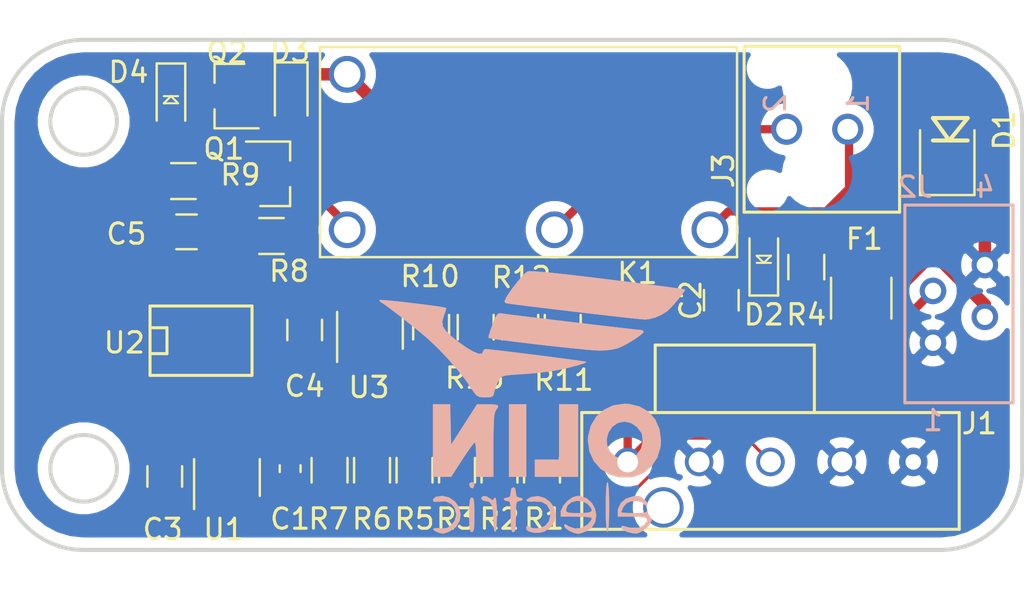
<source format=kicad_pcb>
(kicad_pcb (version 20171130) (host pcbnew 5.1.8-db9833491~88~ubuntu20.04.1)

  (general
    (thickness 1.6)
    (drawings 10)
    (tracks 130)
    (zones 0)
    (modules 33)
    (nets 24)
  )

  (page A4)
  (title_block
    (title "IMD Latch")
    (date 2020-01-03)
    (rev 1)
    (comment 1 "Aditya Sudhakar")
  )

  (layers
    (0 F.Cu signal)
    (31 B.Cu signal hide)
    (32 B.Adhes user)
    (33 F.Adhes user)
    (34 B.Paste user)
    (35 F.Paste user)
    (36 B.SilkS user hide)
    (37 F.SilkS user)
    (38 B.Mask user)
    (39 F.Mask user hide)
    (40 Dwgs.User user)
    (41 Cmts.User user)
    (42 Eco1.User user)
    (43 Eco2.User user)
    (44 Edge.Cuts user)
    (45 Margin user)
    (46 B.CrtYd user)
    (47 F.CrtYd user)
    (48 B.Fab user)
    (49 F.Fab user)
  )

  (setup
    (last_trace_width 0.1524)
    (user_trace_width 0.254)
    (user_trace_width 0.4064)
    (user_trace_width 0.61)
    (user_trace_width 0.762)
    (trace_clearance 0.1524)
    (zone_clearance 0.508)
    (zone_45_only yes)
    (trace_min 0.1524)
    (via_size 0.6096)
    (via_drill 0.3048)
    (via_min_size 0.6096)
    (via_min_drill 0.3048)
    (uvia_size 0.3)
    (uvia_drill 0.1)
    (uvias_allowed no)
    (uvia_min_size 0.2)
    (uvia_min_drill 0.1)
    (edge_width 0.05)
    (segment_width 0.2)
    (pcb_text_width 0.3)
    (pcb_text_size 1.5 1.5)
    (mod_edge_width 0.12)
    (mod_text_size 1 1)
    (mod_text_width 0.15)
    (pad_size 1.524 1.524)
    (pad_drill 0.762)
    (pad_to_mask_clearance 0.051)
    (solder_mask_min_width 0.25)
    (aux_axis_origin 0 0)
    (visible_elements FFFFEF7F)
    (pcbplotparams
      (layerselection 0x010fc_ffffffff)
      (usegerberextensions false)
      (usegerberattributes false)
      (usegerberadvancedattributes false)
      (creategerberjobfile false)
      (excludeedgelayer true)
      (linewidth 0.100000)
      (plotframeref false)
      (viasonmask false)
      (mode 1)
      (useauxorigin false)
      (hpglpennumber 1)
      (hpglpenspeed 20)
      (hpglpendiameter 15.000000)
      (psnegative false)
      (psa4output false)
      (plotreference true)
      (plotvalue true)
      (plotinvisibletext false)
      (padsonsilk false)
      (subtractmaskfromsilk false)
      (outputformat 1)
      (mirror false)
      (drillshape 1)
      (scaleselection 1)
      (outputdirectory ""))
  )

  (net 0 "")
  (net 1 GND)
  (net 2 /12V_Fused)
  (net 3 +12V)
  (net 4 /IMD_Output)
  (net 5 "Net-(C1-Pad1)")
  (net 6 "Net-(D2-Pad2)")
  (net 7 "Net-(D3-Pad2)")
  (net 8 "Net-(D4-Pad1)")
  (net 9 "Net-(D4-Pad2)")
  (net 10 "Net-(J3-Pad1)")
  (net 11 "Net-(J3-Pad2)")
  (net 12 /IMD_Status_Output)
  (net 13 "Net-(R1-Pad1)")
  (net 14 "Net-(R2-Pad1)")
  (net 15 "Net-(R5-Pad1)")
  (net 16 "Net-(R11-Pad1)")
  (net 17 "Net-(R12-Pad1)")
  (net 18 "Net-(U2-Pad1)")
  (net 19 "Net-(U2-Pad2)")
  (net 20 "Net-(U2-Pad4)")
  (net 21 "Net-(U2-Pad9)")
  (net 22 "Net-(U2-Pad10)")
  (net 23 "Net-(U1-Pad1)")

  (net_class Default "This is the default net class."
    (clearance 0.1524)
    (trace_width 0.1524)
    (via_dia 0.6096)
    (via_drill 0.3048)
    (uvia_dia 0.3)
    (uvia_drill 0.1)
    (add_net +12V)
    (add_net /12V_Fused)
    (add_net /IMD_Output)
    (add_net /IMD_Status_Output)
    (add_net GND)
    (add_net "Net-(C1-Pad1)")
    (add_net "Net-(D2-Pad2)")
    (add_net "Net-(D3-Pad2)")
    (add_net "Net-(D4-Pad1)")
    (add_net "Net-(D4-Pad2)")
    (add_net "Net-(J3-Pad1)")
    (add_net "Net-(J3-Pad2)")
    (add_net "Net-(R1-Pad1)")
    (add_net "Net-(R11-Pad1)")
    (add_net "Net-(R12-Pad1)")
    (add_net "Net-(R2-Pad1)")
    (add_net "Net-(R5-Pad1)")
    (add_net "Net-(U1-Pad1)")
    (add_net "Net-(U2-Pad1)")
    (add_net "Net-(U2-Pad10)")
    (add_net "Net-(U2-Pad2)")
    (add_net "Net-(U2-Pad4)")
    (add_net "Net-(U2-Pad9)")
  )

  (module footprints:DO-214AA (layer F.Cu) (tedit 5C16B7E3) (tstamp 5FB9E581)
    (at 235.3564 101.5492 90)
    (descr "http://www.diodes.com/datasheets/ap02001.pdf p.144")
    (tags "Diode SOD523")
    (path /5DEA1387)
    (attr smd)
    (fp_text reference D1 (at 0 2.794 90) (layer F.SilkS)
      (effects (font (size 1 1) (thickness 0.15)))
    )
    (fp_text value D_Zener_18V (at 0 2.286 90) (layer F.Fab) hide
      (effects (font (size 1 1) (thickness 0.15)))
    )
    (fp_line (start 0.6 1) (end -0.5 0.1) (layer F.SilkS) (width 0.2))
    (fp_line (start 0.6 -0.7) (end 0.6 1) (layer F.SilkS) (width 0.2))
    (fp_line (start -0.5 0.1) (end 0.6 -0.7) (layer F.SilkS) (width 0.2))
    (fp_line (start -0.5 -0.7) (end -0.5 1) (layer F.SilkS) (width 0.2))
    (fp_line (start -3.175 -1.3335) (end -3.175 1.3335) (layer F.SilkS) (width 0.12))
    (fp_line (start 3.302 -1.4605) (end 3.302 1.4605) (layer F.CrtYd) (width 0.05))
    (fp_line (start -3.302 -1.4605) (end 3.302 -1.4605) (layer F.CrtYd) (width 0.05))
    (fp_line (start -3.302 -1.4605) (end -3.302 1.4605) (layer F.CrtYd) (width 0.05))
    (fp_line (start -3.302 1.4605) (end 3.302 1.4605) (layer F.CrtYd) (width 0.05))
    (fp_line (start 2.3749 -1.9685) (end 2.3749 1.9685) (layer F.Fab) (width 0.1))
    (fp_line (start -2.3749 -1.9685) (end 2.3749 -1.9685) (layer F.Fab) (width 0.1))
    (fp_line (start -2.3749 -1.9685) (end -2.3749 1.9685) (layer F.Fab) (width 0.1))
    (fp_line (start 2.3749 1.9685) (end -2.3749 1.9685) (layer F.Fab) (width 0.1))
    (fp_line (start -3.175 1.3335) (end 0 1.3335) (layer F.SilkS) (width 0.12))
    (fp_line (start -3.175 -1.3335) (end 0 -1.3335) (layer F.SilkS) (width 0.12))
    (pad 2 smd rect (at 2.032 0 270) (size 1.778 2.159) (layers F.Cu F.Paste F.Mask)
      (net 1 GND))
    (pad 1 smd rect (at -2.032 0 270) (size 1.778 2.159) (layers F.Cu F.Paste F.Mask)
      (net 2 /12V_Fused))
    (model ${LOCAL_DIR}/OEM_Preferred_Parts/3DModels/DO_214AA_OEM/DO_214AA.wrl
      (at (xyz 0 0 0))
      (scale (xyz 1 1 1))
      (rotate (xyz 0 0 0))
    )
  )

  (module footprints:C_0805_OEM (layer F.Cu) (tedit 5C3D8347) (tstamp 5FB9E54F)
    (at 197.0024 118.5164 90)
    (descr "Capacitor SMD 0805, reflow soldering, AVX (see smccp.pdf)")
    (tags "capacitor 0805")
    (path /5E24B59E)
    (attr smd)
    (fp_text reference C3 (at -2.5908 -0.1016 180) (layer F.SilkS)
      (effects (font (size 1 1) (thickness 0.15)))
    )
    (fp_text value C_0.1uF (at 0 1.75 90) (layer F.Fab) hide
      (effects (font (size 1 1) (thickness 0.15)))
    )
    (fp_line (start 1.75 0.87) (end -1.75 0.87) (layer F.CrtYd) (width 0.05))
    (fp_line (start 1.75 0.87) (end 1.75 -0.88) (layer F.CrtYd) (width 0.05))
    (fp_line (start -1.75 -0.88) (end -1.75 0.87) (layer F.CrtYd) (width 0.05))
    (fp_line (start -1.75 -0.88) (end 1.75 -0.88) (layer F.CrtYd) (width 0.05))
    (fp_line (start -0.5 0.85) (end 0.5 0.85) (layer F.SilkS) (width 0.12))
    (fp_line (start 0.5 -0.85) (end -0.5 -0.85) (layer F.SilkS) (width 0.12))
    (fp_line (start -1 -0.62) (end 1 -0.62) (layer F.Fab) (width 0.1))
    (fp_line (start 1 -0.62) (end 1 0.62) (layer F.Fab) (width 0.1))
    (fp_line (start 1 0.62) (end -1 0.62) (layer F.Fab) (width 0.1))
    (fp_line (start -1 0.62) (end -1 -0.62) (layer F.Fab) (width 0.1))
    (pad 2 smd rect (at 1 0 90) (size 1 1.25) (layers F.Cu F.Paste F.Mask)
      (net 2 /12V_Fused))
    (pad 1 smd rect (at -1 0 90) (size 1 1.25) (layers F.Cu F.Paste F.Mask)
      (net 1 GND))
    (model ${LOCAL_DIR}/OEM_Preferred_Parts/3DModels/C_0805_OEM/C_0805.step
      (at (xyz 0 0 0))
      (scale (xyz 1 1 1))
      (rotate (xyz 0 0 0))
    )
    (model ${LOCAL_DIR}/OEM_Preferred_Parts/3DModels/C_0805_OEM/C_0805.step
      (at (xyz 0 0 0))
      (scale (xyz 1 1 1))
      (rotate (xyz 0 0 0))
    )
  )

  (module footprints:C_0805_OEM (layer F.Cu) (tedit 5C3D8347) (tstamp 5FB9E522)
    (at 203.8604 111.3376 90)
    (descr "Capacitor SMD 0805, reflow soldering, AVX (see smccp.pdf)")
    (tags "capacitor 0805")
    (path /5E259A2A)
    (attr smd)
    (fp_text reference C4 (at -2.7592 0 180) (layer F.SilkS)
      (effects (font (size 1 1) (thickness 0.15)))
    )
    (fp_text value C_0.1uF (at 0 1.75 90) (layer F.Fab) hide
      (effects (font (size 1 1) (thickness 0.15)))
    )
    (fp_line (start -1 0.62) (end -1 -0.62) (layer F.Fab) (width 0.1))
    (fp_line (start 1 0.62) (end -1 0.62) (layer F.Fab) (width 0.1))
    (fp_line (start 1 -0.62) (end 1 0.62) (layer F.Fab) (width 0.1))
    (fp_line (start -1 -0.62) (end 1 -0.62) (layer F.Fab) (width 0.1))
    (fp_line (start 0.5 -0.85) (end -0.5 -0.85) (layer F.SilkS) (width 0.12))
    (fp_line (start -0.5 0.85) (end 0.5 0.85) (layer F.SilkS) (width 0.12))
    (fp_line (start -1.75 -0.88) (end 1.75 -0.88) (layer F.CrtYd) (width 0.05))
    (fp_line (start -1.75 -0.88) (end -1.75 0.87) (layer F.CrtYd) (width 0.05))
    (fp_line (start 1.75 0.87) (end 1.75 -0.88) (layer F.CrtYd) (width 0.05))
    (fp_line (start 1.75 0.87) (end -1.75 0.87) (layer F.CrtYd) (width 0.05))
    (pad 1 smd rect (at -1 0 90) (size 1 1.25) (layers F.Cu F.Paste F.Mask)
      (net 1 GND))
    (pad 2 smd rect (at 1 0 90) (size 1 1.25) (layers F.Cu F.Paste F.Mask)
      (net 2 /12V_Fused))
    (model ${LOCAL_DIR}/OEM_Preferred_Parts/3DModels/C_0805_OEM/C_0805.step
      (at (xyz 0 0 0))
      (scale (xyz 1 1 1))
      (rotate (xyz 0 0 0))
    )
    (model ${LOCAL_DIR}/OEM_Preferred_Parts/3DModels/C_0805_OEM/C_0805.step
      (at (xyz 0 0 0))
      (scale (xyz 1 1 1))
      (rotate (xyz 0 0 0))
    )
  )

  (module footprints:C_0805_OEM (layer F.Cu) (tedit 5C3D8347) (tstamp 5FB9E979)
    (at 224.282 109.8804 90)
    (descr "Capacitor SMD 0805, reflow soldering, AVX (see smccp.pdf)")
    (tags "capacitor 0805")
    (path /5DE9D456)
    (attr smd)
    (fp_text reference C2 (at 0 -1.5 90) (layer F.SilkS)
      (effects (font (size 1 1) (thickness 0.15)))
    )
    (fp_text value C_10uF_16V (at 0 1.75 90) (layer F.Fab) hide
      (effects (font (size 1 1) (thickness 0.15)))
    )
    (fp_line (start -1 0.62) (end -1 -0.62) (layer F.Fab) (width 0.1))
    (fp_line (start 1 0.62) (end -1 0.62) (layer F.Fab) (width 0.1))
    (fp_line (start 1 -0.62) (end 1 0.62) (layer F.Fab) (width 0.1))
    (fp_line (start -1 -0.62) (end 1 -0.62) (layer F.Fab) (width 0.1))
    (fp_line (start 0.5 -0.85) (end -0.5 -0.85) (layer F.SilkS) (width 0.12))
    (fp_line (start -0.5 0.85) (end 0.5 0.85) (layer F.SilkS) (width 0.12))
    (fp_line (start -1.75 -0.88) (end 1.75 -0.88) (layer F.CrtYd) (width 0.05))
    (fp_line (start -1.75 -0.88) (end -1.75 0.87) (layer F.CrtYd) (width 0.05))
    (fp_line (start 1.75 0.87) (end 1.75 -0.88) (layer F.CrtYd) (width 0.05))
    (fp_line (start 1.75 0.87) (end -1.75 0.87) (layer F.CrtYd) (width 0.05))
    (pad 1 smd rect (at -1 0 90) (size 1 1.25) (layers F.Cu F.Paste F.Mask)
      (net 2 /12V_Fused))
    (pad 2 smd rect (at 1 0 90) (size 1 1.25) (layers F.Cu F.Paste F.Mask)
      (net 1 GND))
    (model ${LOCAL_DIR}/OEM_Preferred_Parts/3DModels/C_0805_OEM/C_0805.step
      (at (xyz 0 0 0))
      (scale (xyz 1 1 1))
      (rotate (xyz 0 0 0))
    )
    (model ${LOCAL_DIR}/OEM_Preferred_Parts/3DModels/C_0805_OEM/C_0805.step
      (at (xyz 0 0 0))
      (scale (xyz 1 1 1))
      (rotate (xyz 0 0 0))
    )
  )

  (module footprints:SOT-23-5_OEM (layer F.Cu) (tedit 5C16AB4D) (tstamp 5FBA3C40)
    (at 200.0504 118.5672 90)
    (descr "5-pin SOT23 package")
    (tags SOT-23-5)
    (path /5E532806)
    (attr smd)
    (fp_text reference U1 (at -2.54 -0.1524 180) (layer F.SilkS)
      (effects (font (size 1 1) (thickness 0.15)))
    )
    (fp_text value TLV3701QDBVRG4Q1 (at 0 2.9 90) (layer F.Fab) hide
      (effects (font (size 1 1) (thickness 0.15)))
    )
    (fp_line (start -0.9 1.61) (end 0.9 1.61) (layer F.SilkS) (width 0.12))
    (fp_line (start 0.9 -1.61) (end -1.55 -1.61) (layer F.SilkS) (width 0.12))
    (fp_line (start -1.9 -1.8) (end 1.9 -1.8) (layer F.CrtYd) (width 0.05))
    (fp_line (start 1.9 -1.8) (end 1.9 1.8) (layer F.CrtYd) (width 0.05))
    (fp_line (start 1.9 1.8) (end -1.9 1.8) (layer F.CrtYd) (width 0.05))
    (fp_line (start -1.9 1.8) (end -1.9 -1.8) (layer F.CrtYd) (width 0.05))
    (fp_line (start -0.9 -0.9) (end -0.25 -1.55) (layer F.Fab) (width 0.1))
    (fp_line (start 0.9 -1.55) (end -0.25 -1.55) (layer F.Fab) (width 0.1))
    (fp_line (start -0.9 -0.9) (end -0.9 1.55) (layer F.Fab) (width 0.1))
    (fp_line (start 0.9 1.55) (end -0.9 1.55) (layer F.Fab) (width 0.1))
    (fp_line (start 0.9 -1.55) (end 0.9 1.55) (layer F.Fab) (width 0.1))
    (pad 5 smd rect (at 1.1 -0.95 90) (size 1.06 0.65) (layers F.Cu F.Paste F.Mask)
      (net 2 /12V_Fused))
    (pad 4 smd rect (at 1.1 0.95 90) (size 1.06 0.65) (layers F.Cu F.Paste F.Mask)
      (net 5 "Net-(C1-Pad1)"))
    (pad 3 smd rect (at -1.1 0.95 90) (size 1.06 0.65) (layers F.Cu F.Paste F.Mask)
      (net 14 "Net-(R2-Pad1)"))
    (pad 2 smd rect (at -1.1 0 90) (size 1.06 0.65) (layers F.Cu F.Paste F.Mask)
      (net 1 GND))
    (pad 1 smd rect (at -1.1 -0.95 90) (size 1.06 0.65) (layers F.Cu F.Paste F.Mask)
      (net 23 "Net-(U1-Pad1)"))
    (model "${LOCAL_DIR}/OEM_Preferred_Parts/3DModels/SOT-23-5(generic)/SOT-23-5(generic).step"
      (at (xyz 0 0 0))
      (scale (xyz 1 1 1))
      (rotate (xyz 0 0 0))
    )
  )

  (module footprints:Relay_SPST_OMRON-G5Q-1A4_OEM (layer F.Cu) (tedit 5C9D72AF) (tstamp 5FBA5164)
    (at 205.9432 106.426)
    (descr "Relay SPST-NO Omron Serie G5Q")
    (tags "Relay SPST-NO Omron Serie G5Q")
    (path /5DEEB87A)
    (fp_text reference K1 (at 14.224 2.1336 180) (layer F.SilkS)
      (effects (font (size 1 1) (thickness 0.15)))
    )
    (fp_text value G5Q-1A4-DC5-5V (at 8.8 3) (layer F.Fab) hide
      (effects (font (size 1 1) (thickness 0.15)))
    )
    (fp_line (start 0 -1) (end 0 -6.5) (layer F.Fab) (width 0.1))
    (fp_line (start 18.96 -8.81) (end 18.96 1.19) (layer F.Fab) (width 0.1))
    (fp_line (start 18.96 1.19) (end -1.18 1.19) (layer F.Fab) (width 0.1))
    (fp_line (start -1.18 1.19) (end -1.18 -8.81) (layer F.Fab) (width 0.1))
    (fp_line (start -1.18 -8.81) (end 18.96 -8.81) (layer F.Fab) (width 0.1))
    (fp_line (start -1.45 -9.05) (end 19.2 -9.05) (layer F.CrtYd) (width 0.05))
    (fp_line (start 19.2 -9.05) (end 19.2 1.45) (layer F.CrtYd) (width 0.05))
    (fp_line (start 19.2 1.45) (end -1.45 1.45) (layer F.CrtYd) (width 0.05))
    (fp_line (start -1.45 1.45) (end -1.45 -9.05) (layer F.CrtYd) (width 0.05))
    (fp_line (start 15.24 -3.81) (end 18.03 -5.21) (layer F.Fab) (width 0.12))
    (fp_line (start 17.78 -1.27) (end 17.78 -2.54) (layer F.Fab) (width 0.12))
    (fp_line (start 10.16 -1.27) (end 10.16 -3.81) (layer F.Fab) (width 0.12))
    (fp_line (start 10.16 -3.81) (end 15.24 -3.81) (layer F.Fab) (width 0.12))
    (fp_line (start 2.03 -3.05) (end 3.05 -4.06) (layer F.Fab) (width 0.12))
    (fp_line (start 2.54 -7.62) (end 1.27 -7.62) (layer F.Fab) (width 0.12))
    (fp_line (start 2.54 -4.83) (end 2.54 -7.62) (layer F.Fab) (width 0.12))
    (fp_line (start 2.54 0) (end 2.54 -2.29) (layer F.Fab) (width 0.12))
    (fp_line (start 1.27 0) (end 2.54 0) (layer F.Fab) (width 0.12))
    (fp_line (start 2.54 -2.29) (end 2.03 -2.29) (layer F.Fab) (width 0.12))
    (fp_line (start 2.03 -2.29) (end 2.03 -4.83) (layer F.Fab) (width 0.12))
    (fp_line (start 2.03 -4.83) (end 2.54 -4.83) (layer F.Fab) (width 0.12))
    (fp_line (start 2.54 -4.83) (end 3.05 -4.83) (layer F.Fab) (width 0.12))
    (fp_line (start 3.05 -4.83) (end 3.05 -2.29) (layer F.Fab) (width 0.12))
    (fp_line (start 3.05 -2.29) (end 2.54 -2.29) (layer F.Fab) (width 0.12))
    (fp_line (start -1.33 1.34) (end 19.11 1.34) (layer F.SilkS) (width 0.12))
    (fp_line (start 19.11 1.34) (end 19.11 -8.96) (layer F.SilkS) (width 0.12))
    (fp_line (start -1.33 1.34) (end -1.33 -8.96) (layer F.SilkS) (width 0.12))
    (fp_line (start -1.33 -8.96) (end 19.11 -8.96) (layer F.SilkS) (width 0.12))
    (fp_circle (center 15.24 -3.81) (end 15.24 -3.68) (layer F.Fab) (width 0.12))
    (fp_text user %R (at 9.6 -4.5) (layer F.Fab) hide
      (effects (font (size 1 1) (thickness 0.15)))
    )
    (pad 1 thru_hole circle (at 0 0 180) (size 1.8 1.8) (drill 1.3) (layers *.Cu *.Mask)
      (net 7 "Net-(D3-Pad2)"))
    (pad 2 thru_hole circle (at 10.16 0 180) (size 1.8 1.8) (drill 1.3) (layers *.Cu *.Mask)
      (net 11 "Net-(J3-Pad2)"))
    (pad 3 thru_hole circle (at 17.78 0 180) (size 1.8 1.8) (drill 1.3) (layers *.Cu *.Mask)
      (net 10 "Net-(J3-Pad1)"))
    (pad 5 thru_hole circle (at 0 -7.62 180) (size 1.8 1.8) (drill 1.3) (layers *.Cu *.Mask)
      (net 2 /12V_Fused))
    (model ${LOCAL_DIR}/OEM_Preferred_Parts/3DModels/G5Q_OEM/G5Q.step
      (at (xyz 0 0 0))
      (scale (xyz 1 1 1))
      (rotate (xyz 0 0 0))
    )
  )

  (module footprints:R_0805_OEM (layer F.Cu) (tedit 5C3D844D) (tstamp 5FBA2FF9)
    (at 214.4268 111.2012 90)
    (descr "Resistor SMD 0805, reflow soldering, Vishay (see dcrcw.pdf)")
    (tags "resistor 0805")
    (path /5E173A02)
    (attr smd)
    (fp_text reference R12 (at 2.4384 0.0508 180) (layer F.SilkS)
      (effects (font (size 1 1) (thickness 0.15)))
    )
    (fp_text value R_300K (at 0 1.75 90) (layer F.Fab) hide
      (effects (font (size 1 1) (thickness 0.15)))
    )
    (fp_line (start 1.55 0.9) (end -1.55 0.9) (layer F.CrtYd) (width 0.05))
    (fp_line (start 1.55 0.9) (end 1.55 -0.9) (layer F.CrtYd) (width 0.05))
    (fp_line (start -1.55 -0.9) (end -1.55 0.9) (layer F.CrtYd) (width 0.05))
    (fp_line (start -1.55 -0.9) (end 1.55 -0.9) (layer F.CrtYd) (width 0.05))
    (fp_line (start -0.6 -0.88) (end 0.6 -0.88) (layer F.SilkS) (width 0.12))
    (fp_line (start 0.6 0.88) (end -0.6 0.88) (layer F.SilkS) (width 0.12))
    (fp_line (start -1 -0.62) (end 1 -0.62) (layer F.Fab) (width 0.1))
    (fp_line (start 1 -0.62) (end 1 0.62) (layer F.Fab) (width 0.1))
    (fp_line (start 1 0.62) (end -1 0.62) (layer F.Fab) (width 0.1))
    (fp_line (start -1 0.62) (end -1 -0.62) (layer F.Fab) (width 0.1))
    (pad 2 smd rect (at 0.95 0 90) (size 0.7 1.3) (layers F.Cu F.Paste F.Mask)
      (net 16 "Net-(R11-Pad1)"))
    (pad 1 smd rect (at -0.95 0 90) (size 0.7 1.3) (layers F.Cu F.Paste F.Mask)
      (net 17 "Net-(R12-Pad1)"))
    (model ${LOCAL_DIR}/OEM_Preferred_Parts/3DModels/R_0805_OEM/res0805.step
      (at (xyz 0 0 0))
      (scale (xyz 1 1 1))
      (rotate (xyz 0 0 0))
    )
    (model ${LOCAL_DIR}/OEM_Preferred_Parts/3DModels/R_0805_OEM/res0805.step
      (at (xyz 0 0 0))
      (scale (xyz 1 1 1))
      (rotate (xyz 0 0 0))
    )
  )

  (module footprints:R_0805_OEM (layer F.Cu) (tedit 5C3D844D) (tstamp 5FBA12DB)
    (at 215.4936 118.2116 90)
    (descr "Resistor SMD 0805, reflow soldering, Vishay (see dcrcw.pdf)")
    (tags "resistor 0805")
    (path /5DE342A3)
    (attr smd)
    (fp_text reference R1 (at -2.3876 0.1016 180) (layer F.SilkS)
      (effects (font (size 1 1) (thickness 0.15)))
    )
    (fp_text value R_2.2K (at 0 1.75 90) (layer F.Fab) hide
      (effects (font (size 1 1) (thickness 0.15)))
    )
    (fp_line (start 1.55 0.9) (end -1.55 0.9) (layer F.CrtYd) (width 0.05))
    (fp_line (start 1.55 0.9) (end 1.55 -0.9) (layer F.CrtYd) (width 0.05))
    (fp_line (start -1.55 -0.9) (end -1.55 0.9) (layer F.CrtYd) (width 0.05))
    (fp_line (start -1.55 -0.9) (end 1.55 -0.9) (layer F.CrtYd) (width 0.05))
    (fp_line (start -0.6 -0.88) (end 0.6 -0.88) (layer F.SilkS) (width 0.12))
    (fp_line (start 0.6 0.88) (end -0.6 0.88) (layer F.SilkS) (width 0.12))
    (fp_line (start -1 -0.62) (end 1 -0.62) (layer F.Fab) (width 0.1))
    (fp_line (start 1 -0.62) (end 1 0.62) (layer F.Fab) (width 0.1))
    (fp_line (start 1 0.62) (end -1 0.62) (layer F.Fab) (width 0.1))
    (fp_line (start -1 0.62) (end -1 -0.62) (layer F.Fab) (width 0.1))
    (pad 2 smd rect (at 0.95 0 90) (size 0.7 1.3) (layers F.Cu F.Paste F.Mask)
      (net 2 /12V_Fused))
    (pad 1 smd rect (at -0.95 0 90) (size 0.7 1.3) (layers F.Cu F.Paste F.Mask)
      (net 13 "Net-(R1-Pad1)"))
    (model ${LOCAL_DIR}/OEM_Preferred_Parts/3DModels/R_0805_OEM/res0805.step
      (at (xyz 0 0 0))
      (scale (xyz 1 1 1))
      (rotate (xyz 0 0 0))
    )
    (model ${LOCAL_DIR}/OEM_Preferred_Parts/3DModels/R_0805_OEM/res0805.step
      (at (xyz 0 0 0))
      (scale (xyz 1 1 1))
      (rotate (xyz 0 0 0))
    )
  )

  (module footprints:SOT-23F (layer F.Cu) (tedit 5C16B7BE) (tstamp 5FB9E3F4)
    (at 200.2028 99.8728 180)
    (descr "SOT-23, Standard")
    (tags SOT-23)
    (path /5DED4AB9)
    (attr smd)
    (fp_text reference Q2 (at 0.1524 2.1336) (layer F.SilkS)
      (effects (font (size 1 1) (thickness 0.15)))
    )
    (fp_text value SSM3K333R (at 0 2.5) (layer F.Fab) hide
      (effects (font (size 1 1) (thickness 0.15)))
    )
    (fp_line (start -0.7 -0.95) (end -0.7 1.5) (layer F.Fab) (width 0.1))
    (fp_line (start -0.15 -1.52) (end 0.7 -1.52) (layer F.Fab) (width 0.1))
    (fp_line (start -0.7 -0.95) (end -0.15 -1.52) (layer F.Fab) (width 0.1))
    (fp_line (start 0.7 -1.52) (end 0.7 1.52) (layer F.Fab) (width 0.1))
    (fp_line (start -0.7 1.52) (end 0.7 1.52) (layer F.Fab) (width 0.1))
    (fp_line (start 0.76 1.58) (end 0.76 0.65) (layer F.SilkS) (width 0.12))
    (fp_line (start 0.76 -1.58) (end 0.76 -0.65) (layer F.SilkS) (width 0.12))
    (fp_line (start -1.7 -1.75) (end 1.7 -1.75) (layer F.CrtYd) (width 0.05))
    (fp_line (start 1.7 -1.75) (end 1.7 1.75) (layer F.CrtYd) (width 0.05))
    (fp_line (start 1.7 1.75) (end -1.7 1.75) (layer F.CrtYd) (width 0.05))
    (fp_line (start -1.7 1.75) (end -1.7 -1.75) (layer F.CrtYd) (width 0.05))
    (fp_line (start 0.76 -1.58) (end -1.4 -1.58) (layer F.SilkS) (width 0.12))
    (fp_line (start 0.76 1.58) (end -0.7 1.58) (layer F.SilkS) (width 0.12))
    (pad 1 smd rect (at -1.05 -0.95 180) (size 0.9 0.8) (layers F.Cu F.Paste F.Mask)
      (net 12 /IMD_Status_Output))
    (pad 2 smd rect (at -1.05 0.95 180) (size 0.9 0.8) (layers F.Cu F.Paste F.Mask)
      (net 1 GND))
    (pad 3 smd rect (at 1.05 0 180) (size 0.9 0.8) (layers F.Cu F.Paste F.Mask)
      (net 8 "Net-(D4-Pad1)"))
    (model ${LOCAL_DIR}/OEM_Preferred_Parts/3DModels/SOT-23_OEM/SOT-23.wrl
      (at (xyz 0 0 0))
      (scale (xyz 1 1 1))
      (rotate (xyz 0 0 0))
    )
  )

  (module footprints:R_0805_OEM (layer F.Cu) (tedit 5C3D844D) (tstamp 5FB9E3C3)
    (at 205.0796 118.2116 270)
    (descr "Resistor SMD 0805, reflow soldering, Vishay (see dcrcw.pdf)")
    (tags "resistor 0805")
    (path /5DE66D2E)
    (attr smd)
    (fp_text reference R7 (at 2.3876 0.0508 180) (layer F.SilkS)
      (effects (font (size 1 1) (thickness 0.15)))
    )
    (fp_text value R_1.82M (at 0 1.75 90) (layer F.Fab) hide
      (effects (font (size 1 1) (thickness 0.15)))
    )
    (fp_line (start 1.55 0.9) (end -1.55 0.9) (layer F.CrtYd) (width 0.05))
    (fp_line (start 1.55 0.9) (end 1.55 -0.9) (layer F.CrtYd) (width 0.05))
    (fp_line (start -1.55 -0.9) (end -1.55 0.9) (layer F.CrtYd) (width 0.05))
    (fp_line (start -1.55 -0.9) (end 1.55 -0.9) (layer F.CrtYd) (width 0.05))
    (fp_line (start -0.6 -0.88) (end 0.6 -0.88) (layer F.SilkS) (width 0.12))
    (fp_line (start 0.6 0.88) (end -0.6 0.88) (layer F.SilkS) (width 0.12))
    (fp_line (start -1 -0.62) (end 1 -0.62) (layer F.Fab) (width 0.1))
    (fp_line (start 1 -0.62) (end 1 0.62) (layer F.Fab) (width 0.1))
    (fp_line (start 1 0.62) (end -1 0.62) (layer F.Fab) (width 0.1))
    (fp_line (start -1 0.62) (end -1 -0.62) (layer F.Fab) (width 0.1))
    (pad 2 smd rect (at 0.95 0 270) (size 0.7 1.3) (layers F.Cu F.Paste F.Mask)
      (net 1 GND))
    (pad 1 smd rect (at -0.95 0 270) (size 0.7 1.3) (layers F.Cu F.Paste F.Mask)
      (net 5 "Net-(C1-Pad1)"))
    (model ${LOCAL_DIR}/OEM_Preferred_Parts/3DModels/R_0805_OEM/res0805.step
      (at (xyz 0 0 0))
      (scale (xyz 1 1 1))
      (rotate (xyz 0 0 0))
    )
    (model ${LOCAL_DIR}/OEM_Preferred_Parts/3DModels/R_0805_OEM/res0805.step
      (at (xyz 0 0 0))
      (scale (xyz 1 1 1))
      (rotate (xyz 0 0 0))
    )
  )

  (module footprints:R_0805_OEM (layer F.Cu) (tedit 5C3D844D) (tstamp 5FB9E396)
    (at 207.1624 118.2116 270)
    (descr "Resistor SMD 0805, reflow soldering, Vishay (see dcrcw.pdf)")
    (tags "resistor 0805")
    (path /5DE30A48)
    (attr smd)
    (fp_text reference R6 (at 2.3876 0 180) (layer F.SilkS)
      (effects (font (size 1 1) (thickness 0.15)))
    )
    (fp_text value R_120K (at 0 1.75 90) (layer F.Fab) hide
      (effects (font (size 1 1) (thickness 0.15)))
    )
    (fp_line (start -1 0.62) (end -1 -0.62) (layer F.Fab) (width 0.1))
    (fp_line (start 1 0.62) (end -1 0.62) (layer F.Fab) (width 0.1))
    (fp_line (start 1 -0.62) (end 1 0.62) (layer F.Fab) (width 0.1))
    (fp_line (start -1 -0.62) (end 1 -0.62) (layer F.Fab) (width 0.1))
    (fp_line (start 0.6 0.88) (end -0.6 0.88) (layer F.SilkS) (width 0.12))
    (fp_line (start -0.6 -0.88) (end 0.6 -0.88) (layer F.SilkS) (width 0.12))
    (fp_line (start -1.55 -0.9) (end 1.55 -0.9) (layer F.CrtYd) (width 0.05))
    (fp_line (start -1.55 -0.9) (end -1.55 0.9) (layer F.CrtYd) (width 0.05))
    (fp_line (start 1.55 0.9) (end 1.55 -0.9) (layer F.CrtYd) (width 0.05))
    (fp_line (start 1.55 0.9) (end -1.55 0.9) (layer F.CrtYd) (width 0.05))
    (pad 1 smd rect (at -0.95 0 270) (size 0.7 1.3) (layers F.Cu F.Paste F.Mask)
      (net 5 "Net-(C1-Pad1)"))
    (pad 2 smd rect (at 0.95 0 270) (size 0.7 1.3) (layers F.Cu F.Paste F.Mask)
      (net 15 "Net-(R5-Pad1)"))
    (model ${LOCAL_DIR}/OEM_Preferred_Parts/3DModels/R_0805_OEM/res0805.step
      (at (xyz 0 0 0))
      (scale (xyz 1 1 1))
      (rotate (xyz 0 0 0))
    )
    (model ${LOCAL_DIR}/OEM_Preferred_Parts/3DModels/R_0805_OEM/res0805.step
      (at (xyz 0 0 0))
      (scale (xyz 1 1 1))
      (rotate (xyz 0 0 0))
    )
  )

  (module footprints:TSSOP-16-OEM (layer F.Cu) (tedit 5A077EB6) (tstamp 5FB9E345)
    (at 198.7804 111.8616)
    (path /5E1ED57B)
    (attr smd)
    (fp_text reference U2 (at -3.7592 0.1016) (layer F.SilkS)
      (effects (font (size 1 1) (thickness 0.15)))
    )
    (fp_text value CD4043BPWR (at 0.381 -1.905) (layer F.Fab) hide
      (effects (font (size 1 1) (thickness 0.15)))
    )
    (fp_line (start -1.8 0.5) (end -2.4 0.5) (layer F.Fab) (width 0.1))
    (fp_line (start -1.8 -0.55) (end -1.8 0.5) (layer F.Fab) (width 0.1))
    (fp_line (start -2.35 -0.55) (end -1.8 -0.55) (layer F.Fab) (width 0.1))
    (fp_line (start -2.4 -1.6) (end 2.4 -1.6) (layer F.Fab) (width 0.1))
    (fp_line (start -2.4 1.6) (end -2.4 -1.6) (layer F.Fab) (width 0.1))
    (fp_line (start 2.4 1.6) (end -2.4 1.6) (layer F.Fab) (width 0.1))
    (fp_line (start 2.4 -1.6) (end 2.4 1.6) (layer F.Fab) (width 0.1))
    (fp_line (start 2.5 -1.7) (end -2.5 -1.7) (layer F.SilkS) (width 0.15))
    (fp_line (start -2.5 1.7) (end -2.5 -1.7) (layer F.SilkS) (width 0.15))
    (fp_line (start -2.43 -0.635) (end -1.668 -0.635) (layer F.SilkS) (width 0.15))
    (fp_line (start -1.668 -0.635) (end -1.668 0.635) (layer F.SilkS) (width 0.15))
    (fp_line (start -1.668 0.635) (end -2.43 0.635) (layer F.SilkS) (width 0.15))
    (fp_line (start 2.5 1.7) (end 2.5 -1.7) (layer F.SilkS) (width 0.15))
    (fp_line (start 2.5 1.7) (end -2.5 1.7) (layer F.SilkS) (width 0.15))
    (pad 1 smd rect (at -2.275 2.8) (size 0.35 1.6) (layers F.Cu F.Paste F.Mask)
      (net 18 "Net-(U2-Pad1)"))
    (pad 2 smd rect (at -1.625 2.8) (size 0.35 1.6) (layers F.Cu F.Paste F.Mask)
      (net 19 "Net-(U2-Pad2)"))
    (pad 3 smd rect (at -0.975 2.8) (size 0.35 1.6) (layers F.Cu F.Paste F.Mask)
      (net 23 "Net-(U1-Pad1)"))
    (pad 4 smd rect (at -0.325 2.8) (size 0.35 1.6) (layers F.Cu F.Paste F.Mask)
      (net 20 "Net-(U2-Pad4)"))
    (pad 5 smd rect (at 0.325 2.8) (size 0.35 1.6) (layers F.Cu F.Paste F.Mask)
      (net 2 /12V_Fused))
    (pad 6 smd rect (at 0.975 2.8) (size 0.35 1.6) (layers F.Cu F.Paste F.Mask)
      (net 1 GND))
    (pad 7 smd rect (at 1.625 2.8) (size 0.35 1.6) (layers F.Cu F.Paste F.Mask)
      (net 1 GND))
    (pad 8 smd rect (at 2.275 2.8) (size 0.35 1.6) (layers F.Cu F.Paste F.Mask)
      (net 1 GND))
    (pad 9 smd rect (at 2.275 -2.8) (size 0.35 1.6) (layers F.Cu F.Paste F.Mask)
      (net 21 "Net-(U2-Pad9)"))
    (pad 10 smd rect (at 1.625 -2.8) (size 0.35 1.6) (layers F.Cu F.Paste F.Mask)
      (net 22 "Net-(U2-Pad10)"))
    (pad 11 smd rect (at 0.975 -2.8) (size 0.35 1.6) (layers F.Cu F.Paste F.Mask)
      (net 1 GND))
    (pad 12 smd rect (at 0.325 -2.8) (size 0.35 1.6) (layers F.Cu F.Paste F.Mask)
      (net 1 GND))
    (pad 13 smd rect (at -0.325 -2.8) (size 0.35 1.6) (layers F.Cu F.Paste F.Mask)
      (net 12 /IMD_Status_Output))
    (pad 14 smd rect (at -0.975 -2.8) (size 0.35 1.6) (layers F.Cu F.Paste F.Mask)
      (net 1 GND))
    (pad 15 smd rect (at -1.625 -2.8) (size 0.35 1.6) (layers F.Cu F.Paste F.Mask)
      (net 1 GND))
    (pad 16 smd rect (at -2.275 -2.8) (size 0.35 1.6) (layers F.Cu F.Paste F.Mask)
      (net 2 /12V_Fused))
    (model /home/josh/Formula/OEM_Preferred_Parts/3DModels/TSSOP-16_OEM/TSSOP_16.wrl
      (at (xyz 0 0 0))
      (scale (xyz 1 1 1))
      (rotate (xyz 0 0 0))
    )
  )

  (module footprints:Ultrafit_5 (layer F.Cu) (tedit 5C9D72DE) (tstamp 5FB9E2FA)
    (at 224.9424 117.8052 270)
    (path /5DE61DDC)
    (fp_text reference J1 (at -1.8796 -11.9888 180) (layer F.SilkS)
      (effects (font (size 1 1) (thickness 0.15)))
    )
    (fp_text value UF_5_VT (at 4.572 0.508) (layer F.Fab) hide
      (effects (font (size 1 1) (thickness 0.15)))
    )
    (fp_line (start -5.588 -3.81) (end -2.54 -3.81) (layer F.Fab) (width 0.15))
    (fp_line (start -2.54 -3.81) (end -2.54 3.81) (layer F.Fab) (width 0.15))
    (fp_line (start -2.54 3.81) (end -5.588 3.81) (layer F.Fab) (width 0.15))
    (fp_line (start -5.588 3.81) (end -5.588 -3.81) (layer F.Fab) (width 0.15))
    (fp_line (start -2.42 -3.9) (end -5.73 -3.9) (layer F.SilkS) (width 0.15))
    (fp_line (start -5.73 -3.9) (end -5.73 3.9) (layer F.SilkS) (width 0.15))
    (fp_line (start -5.73 3.9) (end -2.42 3.9) (layer F.SilkS) (width 0.15))
    (fp_line (start -2.42 7.5) (end 3.302 7.5) (layer F.SilkS) (width 0.15))
    (fp_line (start -2.42 -11) (end 3.302 -11) (layer F.SilkS) (width 0.15))
    (fp_line (start -2.42 7.5) (end -2.42 -11) (layer F.SilkS) (width 0.15))
    (fp_line (start 3.302 7.5) (end 3.302 -11) (layer F.SilkS) (width 0.15))
    (fp_text user "6.55mm Clearance" (at -4.07 0) (layer F.Fab)
      (effects (font (size 0.5 0.5) (thickness 0.08)))
    )
    (pad 2 thru_hole circle (at 0 1.75 270) (size 1.397 1.397) (drill 1.02) (layers *.Cu *.Mask)
      (net 1 GND))
    (pad 1 thru_hole circle (at 0 5.25 270) (size 1.397 1.397) (drill 1.02) (layers *.Cu *.Mask)
      (net 4 /IMD_Output))
    (pad "" thru_hole circle (at 2.23 3.5 270) (size 1.981 1.981) (drill 1.6) (layers *.Cu *.Mask))
    (pad 3 thru_hole circle (at 0 -1.75 90) (size 1.397 1.397) (drill 1.02) (layers *.Cu *.Mask)
      (net 2 /12V_Fused))
    (pad 4 thru_hole circle (at 0 -5.25 90) (size 1.397 1.397) (drill 1.02) (layers *.Cu *.Mask)
      (net 1 GND))
    (pad 5 thru_hole circle (at 0 -8.75 270) (size 1.397 1.397) (drill 0.762) (layers *.Cu *.Mask)
      (net 1 GND))
    (model ${LOCAL_DIR}/OEM_Preferred_Parts/3DModels/Ultrafit-5/COMPOUND_sp.step
      (at (xyz 0 0 0))
      (scale (xyz 1 1 1))
      (rotate (xyz 0 0 0))
    )
  )

  (module footprints:R_0805_OEM (layer F.Cu) (tedit 5C3D844D) (tstamp 5FB9E2C7)
    (at 209.2452 118.2116 90)
    (descr "Resistor SMD 0805, reflow soldering, Vishay (see dcrcw.pdf)")
    (tags "resistor 0805")
    (path /5DE30363)
    (attr smd)
    (fp_text reference R5 (at -2.3876 0 180) (layer F.SilkS)
      (effects (font (size 1 1) (thickness 0.15)))
    )
    (fp_text value R_1K (at 0 1.75 90) (layer F.Fab) hide
      (effects (font (size 1 1) (thickness 0.15)))
    )
    (fp_line (start 1.55 0.9) (end -1.55 0.9) (layer F.CrtYd) (width 0.05))
    (fp_line (start 1.55 0.9) (end 1.55 -0.9) (layer F.CrtYd) (width 0.05))
    (fp_line (start -1.55 -0.9) (end -1.55 0.9) (layer F.CrtYd) (width 0.05))
    (fp_line (start -1.55 -0.9) (end 1.55 -0.9) (layer F.CrtYd) (width 0.05))
    (fp_line (start -0.6 -0.88) (end 0.6 -0.88) (layer F.SilkS) (width 0.12))
    (fp_line (start 0.6 0.88) (end -0.6 0.88) (layer F.SilkS) (width 0.12))
    (fp_line (start -1 -0.62) (end 1 -0.62) (layer F.Fab) (width 0.1))
    (fp_line (start 1 -0.62) (end 1 0.62) (layer F.Fab) (width 0.1))
    (fp_line (start 1 0.62) (end -1 0.62) (layer F.Fab) (width 0.1))
    (fp_line (start -1 0.62) (end -1 -0.62) (layer F.Fab) (width 0.1))
    (pad 2 smd rect (at 0.95 0 90) (size 0.7 1.3) (layers F.Cu F.Paste F.Mask)
      (net 2 /12V_Fused))
    (pad 1 smd rect (at -0.95 0 90) (size 0.7 1.3) (layers F.Cu F.Paste F.Mask)
      (net 15 "Net-(R5-Pad1)"))
    (model ${LOCAL_DIR}/OEM_Preferred_Parts/3DModels/R_0805_OEM/res0805.step
      (at (xyz 0 0 0))
      (scale (xyz 1 1 1))
      (rotate (xyz 0 0 0))
    )
    (model ${LOCAL_DIR}/OEM_Preferred_Parts/3DModels/R_0805_OEM/res0805.step
      (at (xyz 0 0 0))
      (scale (xyz 1 1 1))
      (rotate (xyz 0 0 0))
    )
  )

  (module footprints:R_0805_OEM (layer F.Cu) (tedit 5C3D844D) (tstamp 5FBA58B0)
    (at 202.2348 106.7308)
    (descr "Resistor SMD 0805, reflow soldering, Vishay (see dcrcw.pdf)")
    (tags "resistor 0805")
    (path /5DECDDA6)
    (attr smd)
    (fp_text reference R8 (at 0.8636 1.7272) (layer F.SilkS)
      (effects (font (size 1 1) (thickness 0.15)))
    )
    (fp_text value R_604K (at 0 1.75) (layer F.Fab) hide
      (effects (font (size 1 1) (thickness 0.15)))
    )
    (fp_line (start -1 0.62) (end -1 -0.62) (layer F.Fab) (width 0.1))
    (fp_line (start 1 0.62) (end -1 0.62) (layer F.Fab) (width 0.1))
    (fp_line (start 1 -0.62) (end 1 0.62) (layer F.Fab) (width 0.1))
    (fp_line (start -1 -0.62) (end 1 -0.62) (layer F.Fab) (width 0.1))
    (fp_line (start 0.6 0.88) (end -0.6 0.88) (layer F.SilkS) (width 0.12))
    (fp_line (start -0.6 -0.88) (end 0.6 -0.88) (layer F.SilkS) (width 0.12))
    (fp_line (start -1.55 -0.9) (end 1.55 -0.9) (layer F.CrtYd) (width 0.05))
    (fp_line (start -1.55 -0.9) (end -1.55 0.9) (layer F.CrtYd) (width 0.05))
    (fp_line (start 1.55 0.9) (end 1.55 -0.9) (layer F.CrtYd) (width 0.05))
    (fp_line (start 1.55 0.9) (end -1.55 0.9) (layer F.CrtYd) (width 0.05))
    (pad 1 smd rect (at -0.95 0) (size 0.7 1.3) (layers F.Cu F.Paste F.Mask)
      (net 12 /IMD_Status_Output))
    (pad 2 smd rect (at 0.95 0) (size 0.7 1.3) (layers F.Cu F.Paste F.Mask)
      (net 1 GND))
    (model ${LOCAL_DIR}/OEM_Preferred_Parts/3DModels/R_0805_OEM/res0805.step
      (at (xyz 0 0 0))
      (scale (xyz 1 1 1))
      (rotate (xyz 0 0 0))
    )
    (model ${LOCAL_DIR}/OEM_Preferred_Parts/3DModels/R_0805_OEM/res0805.step
      (at (xyz 0 0 0))
      (scale (xyz 1 1 1))
      (rotate (xyz 0 0 0))
    )
  )

  (module footprints:R_0805_OEM (layer F.Cu) (tedit 5C3D844D) (tstamp 5FB9E25E)
    (at 212.2424 111.2012 270)
    (descr "Resistor SMD 0805, reflow soldering, Vishay (see dcrcw.pdf)")
    (tags "resistor 0805")
    (path /5E1739F9)
    (attr smd)
    (fp_text reference R13 (at 2.4892 0.0508 180) (layer F.SilkS)
      (effects (font (size 1 1) (thickness 0.15)))
    )
    (fp_text value R_604K (at 0 1.75 90) (layer F.Fab) hide
      (effects (font (size 1 1) (thickness 0.15)))
    )
    (fp_line (start -1 0.62) (end -1 -0.62) (layer F.Fab) (width 0.1))
    (fp_line (start 1 0.62) (end -1 0.62) (layer F.Fab) (width 0.1))
    (fp_line (start 1 -0.62) (end 1 0.62) (layer F.Fab) (width 0.1))
    (fp_line (start -1 -0.62) (end 1 -0.62) (layer F.Fab) (width 0.1))
    (fp_line (start 0.6 0.88) (end -0.6 0.88) (layer F.SilkS) (width 0.12))
    (fp_line (start -0.6 -0.88) (end 0.6 -0.88) (layer F.SilkS) (width 0.12))
    (fp_line (start -1.55 -0.9) (end 1.55 -0.9) (layer F.CrtYd) (width 0.05))
    (fp_line (start -1.55 -0.9) (end -1.55 0.9) (layer F.CrtYd) (width 0.05))
    (fp_line (start 1.55 0.9) (end 1.55 -0.9) (layer F.CrtYd) (width 0.05))
    (fp_line (start 1.55 0.9) (end -1.55 0.9) (layer F.CrtYd) (width 0.05))
    (pad 1 smd rect (at -0.95 0 270) (size 0.7 1.3) (layers F.Cu F.Paste F.Mask)
      (net 1 GND))
    (pad 2 smd rect (at 0.95 0 270) (size 0.7 1.3) (layers F.Cu F.Paste F.Mask)
      (net 17 "Net-(R12-Pad1)"))
    (model ${LOCAL_DIR}/OEM_Preferred_Parts/3DModels/R_0805_OEM/res0805.step
      (at (xyz 0 0 0))
      (scale (xyz 1 1 1))
      (rotate (xyz 0 0 0))
    )
    (model ${LOCAL_DIR}/OEM_Preferred_Parts/3DModels/R_0805_OEM/res0805.step
      (at (xyz 0 0 0))
      (scale (xyz 1 1 1))
      (rotate (xyz 0 0 0))
    )
  )

  (module footprints:LED_0805_OEM (layer F.Cu) (tedit 5C3D84D8) (tstamp 5FBA1299)
    (at 197.3072 100.076 270)
    (descr "LED 0805 smd package")
    (tags "LED led 0805 SMD smd SMT smt smdled SMDLED smtled SMTLED")
    (path /5DED63DE)
    (attr smd)
    (fp_text reference D4 (at -1.3716 2.0828 180) (layer F.SilkS)
      (effects (font (size 1 1) (thickness 0.15)))
    )
    (fp_text value LED_0805 (at 0.508 2.032 90) (layer F.Fab) hide
      (effects (font (size 1 1) (thickness 0.15)))
    )
    (fp_line (start -1.95 -0.85) (end 1.95 -0.85) (layer F.CrtYd) (width 0.05))
    (fp_line (start -1.95 0.85) (end -1.95 -0.85) (layer F.CrtYd) (width 0.05))
    (fp_line (start 1.95 0.85) (end -1.95 0.85) (layer F.CrtYd) (width 0.05))
    (fp_line (start 1.95 -0.85) (end 1.95 0.85) (layer F.CrtYd) (width 0.05))
    (fp_line (start -1.8 -0.7) (end 1 -0.7) (layer F.SilkS) (width 0.12))
    (fp_line (start -1.8 0.7) (end 1 0.7) (layer F.SilkS) (width 0.12))
    (fp_line (start -1 0.6) (end -1 -0.6) (layer F.Fab) (width 0.1))
    (fp_line (start -1 -0.6) (end 1 -0.6) (layer F.Fab) (width 0.1))
    (fp_line (start 1 -0.6) (end 1 0.6) (layer F.Fab) (width 0.1))
    (fp_line (start 1 0.6) (end -1 0.6) (layer F.Fab) (width 0.1))
    (fp_line (start -1.8 -0.7) (end -1.8 0.7) (layer F.SilkS) (width 0.12))
    (fp_line (start -0.2 0) (end 0.1 -0.3) (layer F.SilkS) (width 0.1))
    (fp_line (start 0.1 -0.3) (end 0.15 -0.35) (layer F.SilkS) (width 0.1))
    (fp_line (start 0.15 -0.35) (end 0.15 0.3) (layer F.SilkS) (width 0.1))
    (fp_line (start 0.15 0.35) (end 0.15 0.3) (layer F.SilkS) (width 0.1))
    (fp_line (start 0.15 0.3) (end 0.15 0.35) (layer F.SilkS) (width 0.1))
    (fp_line (start 0.15 0.35) (end -0.2 0) (layer F.SilkS) (width 0.1))
    (fp_line (start -0.2 0) (end -0.2 -0.35) (layer F.SilkS) (width 0.1))
    (fp_line (start -0.2 0.35) (end -0.2 0) (layer F.SilkS) (width 0.1))
    (pad 1 smd rect (at -1.1 0 90) (size 1.2 1.2) (layers F.Cu F.Paste F.Mask)
      (net 8 "Net-(D4-Pad1)"))
    (pad 2 smd rect (at 1.1 0 90) (size 1.2 1.2) (layers F.Cu F.Paste F.Mask)
      (net 9 "Net-(D4-Pad2)"))
    (model "${LOCAL_DIR}/OEM_Preferred_Parts/3DModels/LED_0805/LED 0805 Base GREEN001_sp.wrl"
      (at (xyz 0 0 0))
      (scale (xyz 1 1 1))
      (rotate (xyz 0 0 180))
    )
    (model "${LOCAL_DIR}/OEM_Preferred_Parts/3DModels/LED_0805/LED 0805 Base GREEN001_sp.step"
      (at (xyz 0 0 0))
      (scale (xyz 1 1 1))
      (rotate (xyz 0 0 0))
    )
  )

  (module footprints:R_0805_OEM (layer F.Cu) (tedit 5C3D844D) (tstamp 5FBA1263)
    (at 228.4476 108.2548 90)
    (descr "Resistor SMD 0805, reflow soldering, Vishay (see dcrcw.pdf)")
    (tags "resistor 0805")
    (path /5DE9CE8D)
    (attr smd)
    (fp_text reference R4 (at -2.3368 0 180) (layer F.SilkS)
      (effects (font (size 1 1) (thickness 0.15)))
    )
    (fp_text value R_1K (at 0 1.75 90) (layer F.Fab) hide
      (effects (font (size 1 1) (thickness 0.15)))
    )
    (fp_line (start 1.55 0.9) (end -1.55 0.9) (layer F.CrtYd) (width 0.05))
    (fp_line (start 1.55 0.9) (end 1.55 -0.9) (layer F.CrtYd) (width 0.05))
    (fp_line (start -1.55 -0.9) (end -1.55 0.9) (layer F.CrtYd) (width 0.05))
    (fp_line (start -1.55 -0.9) (end 1.55 -0.9) (layer F.CrtYd) (width 0.05))
    (fp_line (start -0.6 -0.88) (end 0.6 -0.88) (layer F.SilkS) (width 0.12))
    (fp_line (start 0.6 0.88) (end -0.6 0.88) (layer F.SilkS) (width 0.12))
    (fp_line (start -1 -0.62) (end 1 -0.62) (layer F.Fab) (width 0.1))
    (fp_line (start 1 -0.62) (end 1 0.62) (layer F.Fab) (width 0.1))
    (fp_line (start 1 0.62) (end -1 0.62) (layer F.Fab) (width 0.1))
    (fp_line (start -1 0.62) (end -1 -0.62) (layer F.Fab) (width 0.1))
    (pad 2 smd rect (at 0.95 0 90) (size 0.7 1.3) (layers F.Cu F.Paste F.Mask)
      (net 6 "Net-(D2-Pad2)"))
    (pad 1 smd rect (at -0.95 0 90) (size 0.7 1.3) (layers F.Cu F.Paste F.Mask)
      (net 2 /12V_Fused))
    (model ${LOCAL_DIR}/OEM_Preferred_Parts/3DModels/R_0805_OEM/res0805.step
      (at (xyz 0 0 0))
      (scale (xyz 1 1 1))
      (rotate (xyz 0 0 0))
    )
    (model ${LOCAL_DIR}/OEM_Preferred_Parts/3DModels/R_0805_OEM/res0805.step
      (at (xyz 0 0 0))
      (scale (xyz 1 1 1))
      (rotate (xyz 0 0 0))
    )
  )

  (module footprints:D_0805_OEM (layer F.Cu) (tedit 5C16B918) (tstamp 5FBA1228)
    (at 203.2 99.822 270)
    (descr "Diode SMD in 0805 package http://datasheets.avx.com/schottky.pdf")
    (tags "smd diode")
    (path /5DEEC1F4)
    (attr smd)
    (fp_text reference D3 (at -2.1336 0.0508 180) (layer F.SilkS)
      (effects (font (size 1 1) (thickness 0.15)))
    )
    (fp_text value D_Schottky_Small (at 0 1.7 90) (layer F.Fab) hide
      (effects (font (size 1 1) (thickness 0.15)))
    )
    (fp_line (start -1.6 -0.8) (end -1.6 0.8) (layer F.SilkS) (width 0.12))
    (fp_line (start -1.7 0.88) (end -1.7 -0.88) (layer F.CrtYd) (width 0.05))
    (fp_line (start 1.7 0.88) (end -1.7 0.88) (layer F.CrtYd) (width 0.05))
    (fp_line (start 1.7 -0.88) (end 1.7 0.88) (layer F.CrtYd) (width 0.05))
    (fp_line (start -1.7 -0.88) (end 1.7 -0.88) (layer F.CrtYd) (width 0.05))
    (fp_line (start 0.2 0) (end 0.4 0) (layer F.Fab) (width 0.1))
    (fp_line (start -0.1 0) (end -0.3 0) (layer F.Fab) (width 0.1))
    (fp_line (start -0.1 -0.2) (end -0.1 0.2) (layer F.Fab) (width 0.1))
    (fp_line (start 0.2 0.2) (end 0.2 -0.2) (layer F.Fab) (width 0.1))
    (fp_line (start -0.1 0) (end 0.2 0.2) (layer F.Fab) (width 0.1))
    (fp_line (start 0.2 -0.2) (end -0.1 0) (layer F.Fab) (width 0.1))
    (fp_line (start -1 0.65) (end -1 -0.65) (layer F.Fab) (width 0.1))
    (fp_line (start 1 0.65) (end -1 0.65) (layer F.Fab) (width 0.1))
    (fp_line (start 1 -0.65) (end 1 0.65) (layer F.Fab) (width 0.1))
    (fp_line (start -1 -0.65) (end 1 -0.65) (layer F.Fab) (width 0.1))
    (fp_line (start -1.6 0.8) (end 1 0.8) (layer F.SilkS) (width 0.12))
    (fp_line (start -1.6 -0.8) (end 1 -0.8) (layer F.SilkS) (width 0.12))
    (pad 1 smd rect (at -1.05 0 270) (size 0.8 0.9) (layers F.Cu F.Paste F.Mask)
      (net 2 /12V_Fused))
    (pad 2 smd rect (at 1.05 0 270) (size 0.8 0.9) (layers F.Cu F.Paste F.Mask)
      (net 7 "Net-(D3-Pad2)"))
    (model "${LOCAL_DIR}/OEM_Preferred_Parts/3DModels/LED_0805/LED 0805 Base GREEN001_sp.wrl"
      (at (xyz 0 0 0))
      (scale (xyz 1 1 1))
      (rotate (xyz 0 0 0))
    )
  )

  (module footprints:R_0805_OEM (layer F.Cu) (tedit 5C3D844D) (tstamp 5FB9E177)
    (at 216.5096 111.2012 270)
    (descr "Resistor SMD 0805, reflow soldering, Vishay (see dcrcw.pdf)")
    (tags "resistor 0805")
    (path /5E173A0C)
    (attr smd)
    (fp_text reference R11 (at 2.5908 -0.0508 180) (layer F.SilkS)
      (effects (font (size 1 1) (thickness 0.15)))
    )
    (fp_text value R_2.2K (at 0 1.75 90) (layer F.Fab) hide
      (effects (font (size 1 1) (thickness 0.15)))
    )
    (fp_line (start -1 0.62) (end -1 -0.62) (layer F.Fab) (width 0.1))
    (fp_line (start 1 0.62) (end -1 0.62) (layer F.Fab) (width 0.1))
    (fp_line (start 1 -0.62) (end 1 0.62) (layer F.Fab) (width 0.1))
    (fp_line (start -1 -0.62) (end 1 -0.62) (layer F.Fab) (width 0.1))
    (fp_line (start 0.6 0.88) (end -0.6 0.88) (layer F.SilkS) (width 0.12))
    (fp_line (start -0.6 -0.88) (end 0.6 -0.88) (layer F.SilkS) (width 0.12))
    (fp_line (start -1.55 -0.9) (end 1.55 -0.9) (layer F.CrtYd) (width 0.05))
    (fp_line (start -1.55 -0.9) (end -1.55 0.9) (layer F.CrtYd) (width 0.05))
    (fp_line (start 1.55 0.9) (end 1.55 -0.9) (layer F.CrtYd) (width 0.05))
    (fp_line (start 1.55 0.9) (end -1.55 0.9) (layer F.CrtYd) (width 0.05))
    (pad 1 smd rect (at -0.95 0 270) (size 0.7 1.3) (layers F.Cu F.Paste F.Mask)
      (net 16 "Net-(R11-Pad1)"))
    (pad 2 smd rect (at 0.95 0 270) (size 0.7 1.3) (layers F.Cu F.Paste F.Mask)
      (net 2 /12V_Fused))
    (model ${LOCAL_DIR}/OEM_Preferred_Parts/3DModels/R_0805_OEM/res0805.step
      (at (xyz 0 0 0))
      (scale (xyz 1 1 1))
      (rotate (xyz 0 0 0))
    )
    (model ${LOCAL_DIR}/OEM_Preferred_Parts/3DModels/R_0805_OEM/res0805.step
      (at (xyz 0 0 0))
      (scale (xyz 1 1 1))
      (rotate (xyz 0 0 0))
    )
  )

  (module footprints:R_0805_OEM (layer F.Cu) (tedit 5C3D844D) (tstamp 5FBA2937)
    (at 197.9168 104.0384 180)
    (descr "Resistor SMD 0805, reflow soldering, Vishay (see dcrcw.pdf)")
    (tags "resistor 0805")
    (path /5DED6DC7)
    (attr smd)
    (fp_text reference R9 (at -2.794 0.3048) (layer F.SilkS)
      (effects (font (size 1 1) (thickness 0.15)))
    )
    (fp_text value R_1K (at 0 1.75) (layer F.Fab) hide
      (effects (font (size 1 1) (thickness 0.15)))
    )
    (fp_line (start -1 0.62) (end -1 -0.62) (layer F.Fab) (width 0.1))
    (fp_line (start 1 0.62) (end -1 0.62) (layer F.Fab) (width 0.1))
    (fp_line (start 1 -0.62) (end 1 0.62) (layer F.Fab) (width 0.1))
    (fp_line (start -1 -0.62) (end 1 -0.62) (layer F.Fab) (width 0.1))
    (fp_line (start 0.6 0.88) (end -0.6 0.88) (layer F.SilkS) (width 0.12))
    (fp_line (start -0.6 -0.88) (end 0.6 -0.88) (layer F.SilkS) (width 0.12))
    (fp_line (start -1.55 -0.9) (end 1.55 -0.9) (layer F.CrtYd) (width 0.05))
    (fp_line (start -1.55 -0.9) (end -1.55 0.9) (layer F.CrtYd) (width 0.05))
    (fp_line (start 1.55 0.9) (end 1.55 -0.9) (layer F.CrtYd) (width 0.05))
    (fp_line (start 1.55 0.9) (end -1.55 0.9) (layer F.CrtYd) (width 0.05))
    (pad 1 smd rect (at -0.95 0 180) (size 0.7 1.3) (layers F.Cu F.Paste F.Mask)
      (net 2 /12V_Fused))
    (pad 2 smd rect (at 0.95 0 180) (size 0.7 1.3) (layers F.Cu F.Paste F.Mask)
      (net 9 "Net-(D4-Pad2)"))
    (model ${LOCAL_DIR}/OEM_Preferred_Parts/3DModels/R_0805_OEM/res0805.step
      (at (xyz 0 0 0))
      (scale (xyz 1 1 1))
      (rotate (xyz 0 0 0))
    )
    (model ${LOCAL_DIR}/OEM_Preferred_Parts/3DModels/R_0805_OEM/res0805.step
      (at (xyz 0 0 0))
      (scale (xyz 1 1 1))
      (rotate (xyz 0 0 0))
    )
  )

  (module footprints:Fuse_1210 (layer F.Cu) (tedit 5C16ABC6) (tstamp 5FB9E0E4)
    (at 231.14 109.7788 90)
    (descr "Resistor SMD 1210, reflow soldering, Vishay (see dcrcw.pdf)")
    (tags "resistor 1210")
    (path /5DE9DA77)
    (attr smd)
    (fp_text reference F1 (at 2.8956 0.1524 180) (layer F.SilkS)
      (effects (font (size 1 1) (thickness 0.15)))
    )
    (fp_text value F_500mA_16V (at 0 2.4 90) (layer F.Fab) hide
      (effects (font (size 1 1) (thickness 0.15)))
    )
    (fp_line (start -1.6 1.25) (end -1.6 -1.25) (layer F.Fab) (width 0.1))
    (fp_line (start 1.6 1.25) (end -1.6 1.25) (layer F.Fab) (width 0.1))
    (fp_line (start 1.6 -1.25) (end 1.6 1.25) (layer F.Fab) (width 0.1))
    (fp_line (start -1.6 -1.25) (end 1.6 -1.25) (layer F.Fab) (width 0.1))
    (fp_line (start 1 1.48) (end -1 1.48) (layer F.SilkS) (width 0.12))
    (fp_line (start -1 -1.48) (end 1 -1.48) (layer F.SilkS) (width 0.12))
    (fp_line (start -2.15 -1.5) (end 2.15 -1.5) (layer F.CrtYd) (width 0.05))
    (fp_line (start -2.15 -1.5) (end -2.15 1.5) (layer F.CrtYd) (width 0.05))
    (fp_line (start 2.15 1.5) (end 2.15 -1.5) (layer F.CrtYd) (width 0.05))
    (fp_line (start 2.15 1.5) (end -2.15 1.5) (layer F.CrtYd) (width 0.05))
    (pad 1 smd rect (at -1.45 0 90) (size 0.9 2.5) (layers F.Cu F.Paste F.Mask)
      (net 3 +12V))
    (pad 2 smd rect (at 1.45 0 90) (size 0.9 2.5) (layers F.Cu F.Paste F.Mask)
      (net 2 /12V_Fused))
    (model ${LOCAL_DIR}/OEM_Preferred_Parts/3DModels/Fuse_1210_OEM/Fuse1210.wrl
      (at (xyz 0 0 0))
      (scale (xyz 1 1 1))
      (rotate (xyz 0 0 0))
    )
  )

  (module footprints:R_0805_OEM (layer F.Cu) (tedit 5C3D844D) (tstamp 5FB9E07E)
    (at 210.058 111.2012 270)
    (descr "Resistor SMD 0805, reflow soldering, Vishay (see dcrcw.pdf)")
    (tags "resistor 0805")
    (path /5DEA1AC3)
    (attr smd)
    (fp_text reference R10 (at -2.4892 0.0508 180) (layer F.SilkS)
      (effects (font (size 1 1) (thickness 0.15)))
    )
    (fp_text value R_2.2K (at 0 1.75 90) (layer F.Fab) hide
      (effects (font (size 1 1) (thickness 0.15)))
    )
    (fp_line (start -1 0.62) (end -1 -0.62) (layer F.Fab) (width 0.1))
    (fp_line (start 1 0.62) (end -1 0.62) (layer F.Fab) (width 0.1))
    (fp_line (start 1 -0.62) (end 1 0.62) (layer F.Fab) (width 0.1))
    (fp_line (start -1 -0.62) (end 1 -0.62) (layer F.Fab) (width 0.1))
    (fp_line (start 0.6 0.88) (end -0.6 0.88) (layer F.SilkS) (width 0.12))
    (fp_line (start -0.6 -0.88) (end 0.6 -0.88) (layer F.SilkS) (width 0.12))
    (fp_line (start -1.55 -0.9) (end 1.55 -0.9) (layer F.CrtYd) (width 0.05))
    (fp_line (start -1.55 -0.9) (end -1.55 0.9) (layer F.CrtYd) (width 0.05))
    (fp_line (start 1.55 0.9) (end 1.55 -0.9) (layer F.CrtYd) (width 0.05))
    (fp_line (start 1.55 0.9) (end -1.55 0.9) (layer F.CrtYd) (width 0.05))
    (pad 1 smd rect (at -0.95 0 270) (size 0.7 1.3) (layers F.Cu F.Paste F.Mask)
      (net 4 /IMD_Output))
    (pad 2 smd rect (at 0.95 0 270) (size 0.7 1.3) (layers F.Cu F.Paste F.Mask)
      (net 1 GND))
    (model ${LOCAL_DIR}/OEM_Preferred_Parts/3DModels/R_0805_OEM/res0805.step
      (at (xyz 0 0 0))
      (scale (xyz 1 1 1))
      (rotate (xyz 0 0 0))
    )
    (model ${LOCAL_DIR}/OEM_Preferred_Parts/3DModels/R_0805_OEM/res0805.step
      (at (xyz 0 0 0))
      (scale (xyz 1 1 1))
      (rotate (xyz 0 0 0))
    )
  )

  (module footprints:micromatch_female_ra_4 (layer B.Cu) (tedit 59EE8038) (tstamp 5FB9E055)
    (at 234.6579 106.8832)
    (path /5DE95A3D)
    (fp_text reference J2 (at -0.8763 -2.5527) (layer B.SilkS)
      (effects (font (size 1 1) (thickness 0.15)) (justify mirror))
    )
    (fp_text value MM_F_RA_04 (at 6.35 1.27 270) (layer B.Fab) hide
      (effects (font (size 1 1) (thickness 0.15)) (justify mirror))
    )
    (fp_line (start -1.38 -1.67) (end 3.92 -1.67) (layer B.SilkS) (width 0.15))
    (fp_line (start -1.38 8.02) (end 3.92 8.02) (layer B.SilkS) (width 0.15))
    (fp_line (start -1.38 -1.67) (end -1.38 8.02) (layer B.SilkS) (width 0.15))
    (fp_line (start 3.92 -1.67) (end 3.92 8.02) (layer B.SilkS) (width 0.15))
    (fp_text user 4 (at 2.54 -2.54) (layer B.SilkS)
      (effects (font (size 1 1) (thickness 0.15)) (justify mirror))
    )
    (fp_text user 1 (at 0 8.89) (layer B.SilkS)
      (effects (font (size 1 1) (thickness 0.15)) (justify mirror))
    )
    (pad 3 thru_hole circle (at 0 2.54) (size 1.3 1.3) (drill 0.8) (layers *.Cu *.Mask)
      (net 4 /IMD_Output))
    (pad 1 thru_hole circle (at 0 5.08) (size 1.3 1.3) (drill 0.8) (layers *.Cu *.Mask)
      (net 1 GND))
    (pad 2 thru_hole circle (at 2.54 3.81) (size 1.3 1.3) (drill 0.8) (layers *.Cu *.Mask)
      (net 3 +12V))
    (pad 4 thru_hole circle (at 2.54 1.27) (size 1.3 1.3) (drill 0.8) (layers *.Cu *.Mask)
      (net 1 GND))
  )

  (module footprints:C_0603_1608Metric (layer F.Cu) (tedit 5B301BBE) (tstamp 5FBA6CC5)
    (at 203.1492 118.1353 270)
    (descr "Capacitor SMD 0603 (1608 Metric), square (rectangular) end terminal, IPC_7351 nominal, (Body size source: http://www.tortai-tech.com/upload/download/2011102023233369053.pdf), generated with kicad-footprint-generator")
    (tags capacitor)
    (path /5DE6EA75)
    (attr smd)
    (fp_text reference C1 (at 2.4639 0 180) (layer F.SilkS)
      (effects (font (size 1 1) (thickness 0.15)))
    )
    (fp_text value C_2.2uF (at 5.2071 0.1016 180) (layer F.Fab)
      (effects (font (size 1 1) (thickness 0.15)))
    )
    (fp_line (start -0.8 0.4) (end -0.8 -0.4) (layer F.Fab) (width 0.1))
    (fp_line (start -0.8 -0.4) (end 0.8 -0.4) (layer F.Fab) (width 0.1))
    (fp_line (start 0.8 -0.4) (end 0.8 0.4) (layer F.Fab) (width 0.1))
    (fp_line (start 0.8 0.4) (end -0.8 0.4) (layer F.Fab) (width 0.1))
    (fp_line (start -0.162779 -0.51) (end 0.162779 -0.51) (layer F.SilkS) (width 0.12))
    (fp_line (start -0.162779 0.51) (end 0.162779 0.51) (layer F.SilkS) (width 0.12))
    (fp_line (start -1.48 0.73) (end -1.48 -0.73) (layer F.CrtYd) (width 0.05))
    (fp_line (start -1.48 -0.73) (end 1.48 -0.73) (layer F.CrtYd) (width 0.05))
    (fp_line (start 1.48 -0.73) (end 1.48 0.73) (layer F.CrtYd) (width 0.05))
    (fp_line (start 1.48 0.73) (end -1.48 0.73) (layer F.CrtYd) (width 0.05))
    (fp_text user %R (at 0 0 180) (layer F.Fab)
      (effects (font (size 0.4 0.4) (thickness 0.06)))
    )
    (pad 1 smd roundrect (at -0.7875 0 270) (size 0.875 0.95) (layers F.Cu F.Paste F.Mask) (roundrect_rratio 0.25)
      (net 5 "Net-(C1-Pad1)"))
    (pad 2 smd roundrect (at 0.7875 0 270) (size 0.875 0.95) (layers F.Cu F.Paste F.Mask) (roundrect_rratio 0.25)
      (net 1 GND))
    (model ${KISYS3DMOD}/Capacitor_SMD.3dshapes/C_0603_1608Metric.wrl
      (at (xyz 0 0 0))
      (scale (xyz 1 1 1))
      (rotate (xyz 0 0 0))
    )
  )

  (module footprints:C_0805_OEM (layer F.Cu) (tedit 5C3D8347) (tstamp 5FBA38DC)
    (at 198.0692 106.5276 180)
    (descr "Capacitor SMD 0805, reflow soldering, AVX (see smccp.pdf)")
    (tags "capacitor 0805")
    (path /5E5E80C1)
    (attr smd)
    (fp_text reference C5 (at 2.9464 -0.1016) (layer F.SilkS)
      (effects (font (size 1 1) (thickness 0.15)))
    )
    (fp_text value C_0.1uF (at 0 1.75) (layer F.Fab) hide
      (effects (font (size 1 1) (thickness 0.15)))
    )
    (fp_line (start -1 0.62) (end -1 -0.62) (layer F.Fab) (width 0.1))
    (fp_line (start 1 0.62) (end -1 0.62) (layer F.Fab) (width 0.1))
    (fp_line (start 1 -0.62) (end 1 0.62) (layer F.Fab) (width 0.1))
    (fp_line (start -1 -0.62) (end 1 -0.62) (layer F.Fab) (width 0.1))
    (fp_line (start 0.5 -0.85) (end -0.5 -0.85) (layer F.SilkS) (width 0.12))
    (fp_line (start -0.5 0.85) (end 0.5 0.85) (layer F.SilkS) (width 0.12))
    (fp_line (start -1.75 -0.88) (end 1.75 -0.88) (layer F.CrtYd) (width 0.05))
    (fp_line (start -1.75 -0.88) (end -1.75 0.87) (layer F.CrtYd) (width 0.05))
    (fp_line (start 1.75 0.87) (end 1.75 -0.88) (layer F.CrtYd) (width 0.05))
    (fp_line (start 1.75 0.87) (end -1.75 0.87) (layer F.CrtYd) (width 0.05))
    (pad 2 smd rect (at 1 0 180) (size 1 1.25) (layers F.Cu F.Paste F.Mask)
      (net 2 /12V_Fused))
    (pad 1 smd rect (at -1 0 180) (size 1 1.25) (layers F.Cu F.Paste F.Mask)
      (net 1 GND))
    (model ${LOCAL_DIR}/OEM_Preferred_Parts/3DModels/C_0805_OEM/C_0805.step
      (at (xyz 0 0 0))
      (scale (xyz 1 1 1))
      (rotate (xyz 0 0 0))
    )
    (model ${LOCAL_DIR}/OEM_Preferred_Parts/3DModels/C_0805_OEM/C_0805.step
      (at (xyz 0 0 0))
      (scale (xyz 1 1 1))
      (rotate (xyz 0 0 0))
    )
  )

  (module footprints:SOT-23-5_OEM (layer F.Cu) (tedit 5C16AB4D) (tstamp 5FBA7733)
    (at 207.0608 111.3536 90)
    (descr "5-pin SOT23 package")
    (tags SOT-23-5)
    (path /5E54B457)
    (attr smd)
    (fp_text reference U3 (at -2.794 -0.0508 180) (layer F.SilkS)
      (effects (font (size 1 1) (thickness 0.15)))
    )
    (fp_text value TLV3701QDBVRG4Q1 (at 0 2.9 90) (layer F.Fab) hide
      (effects (font (size 1 1) (thickness 0.15)))
    )
    (fp_line (start -0.9 1.61) (end 0.9 1.61) (layer F.SilkS) (width 0.12))
    (fp_line (start 0.9 -1.61) (end -1.55 -1.61) (layer F.SilkS) (width 0.12))
    (fp_line (start -1.9 -1.8) (end 1.9 -1.8) (layer F.CrtYd) (width 0.05))
    (fp_line (start 1.9 -1.8) (end 1.9 1.8) (layer F.CrtYd) (width 0.05))
    (fp_line (start 1.9 1.8) (end -1.9 1.8) (layer F.CrtYd) (width 0.05))
    (fp_line (start -1.9 1.8) (end -1.9 -1.8) (layer F.CrtYd) (width 0.05))
    (fp_line (start -0.9 -0.9) (end -0.25 -1.55) (layer F.Fab) (width 0.1))
    (fp_line (start 0.9 -1.55) (end -0.25 -1.55) (layer F.Fab) (width 0.1))
    (fp_line (start -0.9 -0.9) (end -0.9 1.55) (layer F.Fab) (width 0.1))
    (fp_line (start 0.9 1.55) (end -0.9 1.55) (layer F.Fab) (width 0.1))
    (fp_line (start 0.9 -1.55) (end 0.9 1.55) (layer F.Fab) (width 0.1))
    (pad 5 smd rect (at 1.1 -0.95 90) (size 1.06 0.65) (layers F.Cu F.Paste F.Mask)
      (net 2 /12V_Fused))
    (pad 4 smd rect (at 1.1 0.95 90) (size 1.06 0.65) (layers F.Cu F.Paste F.Mask)
      (net 4 /IMD_Output))
    (pad 3 smd rect (at -1.1 0.95 90) (size 1.06 0.65) (layers F.Cu F.Paste F.Mask)
      (net 17 "Net-(R12-Pad1)"))
    (pad 2 smd rect (at -1.1 0 90) (size 1.06 0.65) (layers F.Cu F.Paste F.Mask)
      (net 1 GND))
    (pad 1 smd rect (at -1.1 -0.95 90) (size 1.06 0.65) (layers F.Cu F.Paste F.Mask)
      (net 20 "Net-(U2-Pad4)"))
    (model "${LOCAL_DIR}/OEM_Preferred_Parts/3DModels/SOT-23-5(generic)/SOT-23-5(generic).step"
      (at (xyz 0 0 0))
      (scale (xyz 1 1 1))
      (rotate (xyz 0 0 0))
    )
  )

  (module footprints:SOT-23F (layer F.Cu) (tedit 5C16B7BE) (tstamp 5FB9DFE6)
    (at 202.3872 103.6828)
    (descr "SOT-23, Standard")
    (tags SOT-23)
    (path /5DEDBBE2)
    (attr smd)
    (fp_text reference Q1 (at -2.4892 -1.2192) (layer F.SilkS)
      (effects (font (size 1 1) (thickness 0.15)))
    )
    (fp_text value SSM3K333R (at 0 2.5) (layer F.Fab) hide
      (effects (font (size 1 1) (thickness 0.15)))
    )
    (fp_line (start -0.7 -0.95) (end -0.7 1.5) (layer F.Fab) (width 0.1))
    (fp_line (start -0.15 -1.52) (end 0.7 -1.52) (layer F.Fab) (width 0.1))
    (fp_line (start -0.7 -0.95) (end -0.15 -1.52) (layer F.Fab) (width 0.1))
    (fp_line (start 0.7 -1.52) (end 0.7 1.52) (layer F.Fab) (width 0.1))
    (fp_line (start -0.7 1.52) (end 0.7 1.52) (layer F.Fab) (width 0.1))
    (fp_line (start 0.76 1.58) (end 0.76 0.65) (layer F.SilkS) (width 0.12))
    (fp_line (start 0.76 -1.58) (end 0.76 -0.65) (layer F.SilkS) (width 0.12))
    (fp_line (start -1.7 -1.75) (end 1.7 -1.75) (layer F.CrtYd) (width 0.05))
    (fp_line (start 1.7 -1.75) (end 1.7 1.75) (layer F.CrtYd) (width 0.05))
    (fp_line (start 1.7 1.75) (end -1.7 1.75) (layer F.CrtYd) (width 0.05))
    (fp_line (start -1.7 1.75) (end -1.7 -1.75) (layer F.CrtYd) (width 0.05))
    (fp_line (start 0.76 -1.58) (end -1.4 -1.58) (layer F.SilkS) (width 0.12))
    (fp_line (start 0.76 1.58) (end -0.7 1.58) (layer F.SilkS) (width 0.12))
    (pad 1 smd rect (at -1.05 -0.95) (size 0.9 0.8) (layers F.Cu F.Paste F.Mask)
      (net 12 /IMD_Status_Output))
    (pad 2 smd rect (at -1.05 0.95) (size 0.9 0.8) (layers F.Cu F.Paste F.Mask)
      (net 1 GND))
    (pad 3 smd rect (at 1.05 0) (size 0.9 0.8) (layers F.Cu F.Paste F.Mask)
      (net 7 "Net-(D3-Pad2)"))
    (model ${LOCAL_DIR}/OEM_Preferred_Parts/3DModels/SOT-23_OEM/SOT-23.wrl
      (at (xyz 0 0 0))
      (scale (xyz 1 1 1))
      (rotate (xyz 0 0 0))
    )
  )

  (module footprints:MicroFit_V_2 (layer F.Cu) (tedit 5CAFF1EE) (tstamp 5FBA521D)
    (at 230.4796 101.4984 90)
    (path /5DF02E66)
    (fp_text reference J3 (at -2.032 -6.096 90) (layer F.SilkS)
      (effects (font (size 1 1) (thickness 0.15)))
    )
    (fp_text value MicroFit_V_2 (at 5.4864 -1.0668 180) (layer F.Fab)
      (effects (font (size 1 1) (thickness 0.15)))
    )
    (fp_line (start -4.064 -5.08) (end 4.064 -5.08) (layer F.SilkS) (width 0.15))
    (fp_line (start 4.064 -5.08) (end 4.064 2.54) (layer F.SilkS) (width 0.15))
    (fp_line (start 4.064 2.54) (end -4.064 2.54) (layer F.SilkS) (width 0.15))
    (fp_line (start -4.064 2.54) (end -4.064 -5.08) (layer F.SilkS) (width 0.15))
    (fp_text user 1 (at 1.27 0.508 90) (layer B.SilkS)
      (effects (font (size 1 1) (thickness 0.15)) (justify mirror))
    )
    (fp_text user 2 (at 1.27 -3.556 90) (layer B.SilkS)
      (effects (font (size 1 1) (thickness 0.15)) (justify mirror))
    )
    (pad 1 thru_hole circle (at 0 0 90) (size 1.524 1.524) (drill 1.016) (layers *.Cu *.Mask)
      (net 10 "Net-(J3-Pad1)"))
    (pad 2 thru_hole circle (at 0 -2.9972 90) (size 1.524 1.524) (drill 1.016) (layers *.Cu *.Mask)
      (net 11 "Net-(J3-Pad2)"))
    (pad "" np_thru_hole circle (at 2.159 -1.4986 90) (size 2.413 2.413) (drill 2.413) (layers *.Cu *.Mask))
    (pad "" np_thru_hole circle (at -2.159 -1.4986 90) (size 2.413 2.413) (drill 2.413) (layers *.Cu *.Mask))
    (pad "" np_thru_hole circle (at -2.9972 -3.937 90) (size 1.016 1.016) (drill 1.016) (layers *.Cu *.Mask))
    (pad "" np_thru_hole circle (at 2.9972 -3.937 90) (size 1.016 1.016) (drill 1.016) (layers *.Cu *.Mask))
    (model ${LOCAL_DIR}/OEM_Preferred_Parts/3DModels/MicroFit_V_2/MicroFit_V_2.stp
      (offset (xyz 0 1.473199977874756 5.079999923706055))
      (scale (xyz 1 1 1))
      (rotate (xyz 0 0 0))
    )
  )

  (module footprints:R_0805_OEM (layer F.Cu) (tedit 5C3D844D) (tstamp 5FBA118E)
    (at 213.4108 118.2116 90)
    (descr "Resistor SMD 0805, reflow soldering, Vishay (see dcrcw.pdf)")
    (tags "resistor 0805")
    (path /5DE346DA)
    (attr smd)
    (fp_text reference R2 (at -2.3876 0 180) (layer F.SilkS)
      (effects (font (size 1 1) (thickness 0.15)))
    )
    (fp_text value R_300K (at 0 1.75 90) (layer F.Fab) hide
      (effects (font (size 1 1) (thickness 0.15)))
    )
    (fp_line (start -1 0.62) (end -1 -0.62) (layer F.Fab) (width 0.1))
    (fp_line (start 1 0.62) (end -1 0.62) (layer F.Fab) (width 0.1))
    (fp_line (start 1 -0.62) (end 1 0.62) (layer F.Fab) (width 0.1))
    (fp_line (start -1 -0.62) (end 1 -0.62) (layer F.Fab) (width 0.1))
    (fp_line (start 0.6 0.88) (end -0.6 0.88) (layer F.SilkS) (width 0.12))
    (fp_line (start -0.6 -0.88) (end 0.6 -0.88) (layer F.SilkS) (width 0.12))
    (fp_line (start -1.55 -0.9) (end 1.55 -0.9) (layer F.CrtYd) (width 0.05))
    (fp_line (start -1.55 -0.9) (end -1.55 0.9) (layer F.CrtYd) (width 0.05))
    (fp_line (start 1.55 0.9) (end 1.55 -0.9) (layer F.CrtYd) (width 0.05))
    (fp_line (start 1.55 0.9) (end -1.55 0.9) (layer F.CrtYd) (width 0.05))
    (pad 1 smd rect (at -0.95 0 90) (size 0.7 1.3) (layers F.Cu F.Paste F.Mask)
      (net 14 "Net-(R2-Pad1)"))
    (pad 2 smd rect (at 0.95 0 90) (size 0.7 1.3) (layers F.Cu F.Paste F.Mask)
      (net 13 "Net-(R1-Pad1)"))
    (model ${LOCAL_DIR}/OEM_Preferred_Parts/3DModels/R_0805_OEM/res0805.step
      (at (xyz 0 0 0))
      (scale (xyz 1 1 1))
      (rotate (xyz 0 0 0))
    )
    (model ${LOCAL_DIR}/OEM_Preferred_Parts/3DModels/R_0805_OEM/res0805.step
      (at (xyz 0 0 0))
      (scale (xyz 1 1 1))
      (rotate (xyz 0 0 0))
    )
  )

  (module footprints:R_0805_OEM (layer F.Cu) (tedit 5C3D844D) (tstamp 5FBA1161)
    (at 211.328 118.2116 270)
    (descr "Resistor SMD 0805, reflow soldering, Vishay (see dcrcw.pdf)")
    (tags "resistor 0805")
    (path /5DE34F28)
    (attr smd)
    (fp_text reference R3 (at 2.3876 0.0508 180) (layer F.SilkS)
      (effects (font (size 1 1) (thickness 0.15)))
    )
    (fp_text value R_604K (at 0 1.75 90) (layer F.Fab) hide
      (effects (font (size 1 1) (thickness 0.15)))
    )
    (fp_line (start 1.55 0.9) (end -1.55 0.9) (layer F.CrtYd) (width 0.05))
    (fp_line (start 1.55 0.9) (end 1.55 -0.9) (layer F.CrtYd) (width 0.05))
    (fp_line (start -1.55 -0.9) (end -1.55 0.9) (layer F.CrtYd) (width 0.05))
    (fp_line (start -1.55 -0.9) (end 1.55 -0.9) (layer F.CrtYd) (width 0.05))
    (fp_line (start -0.6 -0.88) (end 0.6 -0.88) (layer F.SilkS) (width 0.12))
    (fp_line (start 0.6 0.88) (end -0.6 0.88) (layer F.SilkS) (width 0.12))
    (fp_line (start -1 -0.62) (end 1 -0.62) (layer F.Fab) (width 0.1))
    (fp_line (start 1 -0.62) (end 1 0.62) (layer F.Fab) (width 0.1))
    (fp_line (start 1 0.62) (end -1 0.62) (layer F.Fab) (width 0.1))
    (fp_line (start -1 0.62) (end -1 -0.62) (layer F.Fab) (width 0.1))
    (pad 2 smd rect (at 0.95 0 270) (size 0.7 1.3) (layers F.Cu F.Paste F.Mask)
      (net 14 "Net-(R2-Pad1)"))
    (pad 1 smd rect (at -0.95 0 270) (size 0.7 1.3) (layers F.Cu F.Paste F.Mask)
      (net 1 GND))
    (model ${LOCAL_DIR}/OEM_Preferred_Parts/3DModels/R_0805_OEM/res0805.step
      (at (xyz 0 0 0))
      (scale (xyz 1 1 1))
      (rotate (xyz 0 0 0))
    )
    (model ${LOCAL_DIR}/OEM_Preferred_Parts/3DModels/R_0805_OEM/res0805.step
      (at (xyz 0 0 0))
      (scale (xyz 1 1 1))
      (rotate (xyz 0 0 0))
    )
  )

  (module footprints:LED_0805_OEM (layer F.Cu) (tedit 5C3D84D8) (tstamp 5FBA1122)
    (at 226.3648 107.8484 90)
    (descr "LED 0805 smd package")
    (tags "LED led 0805 SMD smd SMT smt smdled SMDLED smtled SMTLED")
    (path /5DE9BF36)
    (attr smd)
    (fp_text reference D2 (at -2.7432 0 180) (layer F.SilkS)
      (effects (font (size 1 1) (thickness 0.15)))
    )
    (fp_text value LED_0805 (at 0.508 2.032 90) (layer F.Fab) hide
      (effects (font (size 1 1) (thickness 0.15)))
    )
    (fp_line (start -0.2 0.35) (end -0.2 0) (layer F.SilkS) (width 0.1))
    (fp_line (start -0.2 0) (end -0.2 -0.35) (layer F.SilkS) (width 0.1))
    (fp_line (start 0.15 0.35) (end -0.2 0) (layer F.SilkS) (width 0.1))
    (fp_line (start 0.15 0.3) (end 0.15 0.35) (layer F.SilkS) (width 0.1))
    (fp_line (start 0.15 0.35) (end 0.15 0.3) (layer F.SilkS) (width 0.1))
    (fp_line (start 0.15 -0.35) (end 0.15 0.3) (layer F.SilkS) (width 0.1))
    (fp_line (start 0.1 -0.3) (end 0.15 -0.35) (layer F.SilkS) (width 0.1))
    (fp_line (start -0.2 0) (end 0.1 -0.3) (layer F.SilkS) (width 0.1))
    (fp_line (start -1.8 -0.7) (end -1.8 0.7) (layer F.SilkS) (width 0.12))
    (fp_line (start 1 0.6) (end -1 0.6) (layer F.Fab) (width 0.1))
    (fp_line (start 1 -0.6) (end 1 0.6) (layer F.Fab) (width 0.1))
    (fp_line (start -1 -0.6) (end 1 -0.6) (layer F.Fab) (width 0.1))
    (fp_line (start -1 0.6) (end -1 -0.6) (layer F.Fab) (width 0.1))
    (fp_line (start -1.8 0.7) (end 1 0.7) (layer F.SilkS) (width 0.12))
    (fp_line (start -1.8 -0.7) (end 1 -0.7) (layer F.SilkS) (width 0.12))
    (fp_line (start 1.95 -0.85) (end 1.95 0.85) (layer F.CrtYd) (width 0.05))
    (fp_line (start 1.95 0.85) (end -1.95 0.85) (layer F.CrtYd) (width 0.05))
    (fp_line (start -1.95 0.85) (end -1.95 -0.85) (layer F.CrtYd) (width 0.05))
    (fp_line (start -1.95 -0.85) (end 1.95 -0.85) (layer F.CrtYd) (width 0.05))
    (pad 2 smd rect (at 1.1 0 270) (size 1.2 1.2) (layers F.Cu F.Paste F.Mask)
      (net 6 "Net-(D2-Pad2)"))
    (pad 1 smd rect (at -1.1 0 270) (size 1.2 1.2) (layers F.Cu F.Paste F.Mask)
      (net 1 GND))
    (model "${LOCAL_DIR}/OEM_Preferred_Parts/3DModels/LED_0805/LED 0805 Base GREEN001_sp.wrl"
      (at (xyz 0 0 0))
      (scale (xyz 1 1 1))
      (rotate (xyz 0 0 180))
    )
    (model "${LOCAL_DIR}/OEM_Preferred_Parts/3DModels/LED_0805/LED 0805 Base GREEN001_sp.step"
      (at (xyz 0 0 0))
      (scale (xyz 1 1 1))
      (rotate (xyz 0 0 0))
    )
  )

  (module footprints:Small_OE_Logo (layer B.Cu) (tedit 0) (tstamp 5FB9E5D0)
    (at 215.06 114.81 180)
    (fp_text reference G*** (at 0 0) (layer B.SilkS) hide
      (effects (font (size 1.524 1.524) (thickness 0.3)) (justify mirror))
    )
    (fp_text value LOGO (at 0.75 0) (layer B.SilkS) hide
      (effects (font (size 1.524 1.524) (thickness 0.3)) (justify mirror))
    )
    (fp_poly (pts (xy -4.887268 -4.682934) (xy -4.541491 -4.797067) (xy -4.288191 -5.016087) (xy -4.158836 -5.308444)
      (xy -4.148667 -5.423388) (xy -4.148667 -5.672667) (xy -4.868333 -5.672667) (xy -5.26443 -5.684317)
      (xy -5.503924 -5.725379) (xy -5.598329 -5.805013) (xy -5.559161 -5.932384) (xy -5.410548 -6.104119)
      (xy -5.178996 -6.225888) (xy -4.862919 -6.246331) (xy -4.515058 -6.163276) (xy -4.466167 -6.142977)
      (xy -4.344856 -6.128126) (xy -4.318 -6.209962) (xy -4.39668 -6.324792) (xy -4.609107 -6.422556)
      (xy -4.6355 -6.430215) (xy -4.895626 -6.496132) (xy -5.066504 -6.506217) (xy -5.221124 -6.453136)
      (xy -5.392097 -6.354214) (xy -5.670345 -6.126892) (xy -5.810488 -5.846159) (xy -5.842 -5.542766)
      (xy -5.814316 -5.347122) (xy -5.588 -5.347122) (xy -5.569339 -5.427363) (xy -5.490339 -5.474469)
      (xy -5.316475 -5.496935) (xy -5.013224 -5.503253) (xy -4.953 -5.503333) (xy -4.64945 -5.498637)
      (xy -4.42491 -5.486214) (xy -4.320767 -5.468565) (xy -4.318 -5.464984) (xy -4.349381 -5.368183)
      (xy -4.417182 -5.208954) (xy -4.578529 -5.018076) (xy -4.814485 -4.919274) (xy -5.079223 -4.907139)
      (xy -5.326917 -4.976264) (xy -5.511739 -5.121241) (xy -5.587864 -5.336661) (xy -5.588 -5.347122)
      (xy -5.814316 -5.347122) (xy -5.807925 -5.301962) (xy -5.683207 -5.086735) (xy -5.543303 -4.933702)
      (xy -5.346969 -4.754198) (xy -5.188056 -4.675671) (xy -4.993968 -4.670371) (xy -4.887268 -4.682934)) (layer B.SilkS) (width 0.01))
    (fp_poly (pts (xy -1.932538 -4.726188) (xy -1.684661 -4.901753) (xy -1.478323 -5.134749) (xy -1.363776 -5.376244)
      (xy -1.354667 -5.452533) (xy -1.354667 -5.672667) (xy -2.116667 -5.672667) (xy -2.503186 -5.682109)
      (xy -2.762344 -5.708977) (xy -2.875284 -5.751079) (xy -2.878667 -5.761182) (xy -2.823598 -5.876111)
      (xy -2.68918 -6.03884) (xy -2.670849 -6.057515) (xy -2.393472 -6.225031) (xy -2.066651 -6.260931)
      (xy -1.753376 -6.160221) (xy -1.712172 -6.133532) (xy -1.576319 -6.049174) (xy -1.528838 -6.070057)
      (xy -1.524 -6.137852) (xy -1.595868 -6.248565) (xy -1.771582 -6.370142) (xy -1.991309 -6.470064)
      (xy -2.195212 -6.51581) (xy -2.219781 -6.516019) (xy -2.366648 -6.481827) (xy -2.581023 -6.402737)
      (xy -2.606669 -6.391774) (xy -2.886636 -6.194025) (xy -3.045364 -5.922379) (xy -3.091552 -5.61152)
      (xy -3.052327 -5.396948) (xy -2.873505 -5.396948) (xy -2.762612 -5.46695) (xy -2.504912 -5.498319)
      (xy -2.243667 -5.503333) (xy -1.917488 -5.498742) (xy -1.725999 -5.479308) (xy -1.634675 -5.436538)
      (xy -1.608992 -5.361937) (xy -1.608667 -5.347122) (xy -1.680692 -5.128172) (xy -1.865875 -4.976701)
      (xy -2.117876 -4.903314) (xy -2.390357 -4.918617) (xy -2.636978 -5.033217) (xy -2.706035 -5.095965)
      (xy -2.850382 -5.277043) (xy -2.873505 -5.396948) (xy -3.052327 -5.396948) (xy -3.033897 -5.296137)
      (xy -2.881095 -5.010916) (xy -2.641845 -4.790544) (xy -2.324842 -4.669708) (xy -2.1717 -4.656983)
      (xy -1.932538 -4.726188)) (layer B.SilkS) (width 0.01))
    (fp_poly (pts (xy 0.093472 -4.712103) (xy 0.133479 -4.72888) (xy 0.305686 -4.833377) (xy 0.318879 -4.907815)
      (xy 0.182226 -4.941854) (xy -0.045895 -4.931187) (xy -0.412527 -4.951098) (xy -0.67385 -5.098694)
      (xy -0.819287 -5.365185) (xy -0.846667 -5.596613) (xy -0.773769 -5.902594) (xy -0.581952 -6.128038)
      (xy -0.31153 -6.250015) (xy -0.002818 -6.245593) (xy 0.174899 -6.177688) (xy 0.302585 -6.133852)
      (xy 0.338589 -6.207469) (xy 0.338667 -6.215024) (xy 0.315694 -6.328308) (xy 0.217763 -6.399119)
      (xy 0.001352 -6.455985) (xy -0.042333 -6.464744) (xy -0.312989 -6.464801) (xy -0.560637 -6.398688)
      (xy -0.879957 -6.177809) (xy -1.060542 -5.861645) (xy -1.100667 -5.575657) (xy -1.027281 -5.237558)
      (xy -0.832745 -4.955786) (xy -0.555488 -4.756707) (xy -0.233939 -4.66669) (xy 0.093472 -4.712103)) (layer B.SilkS) (width 0.01))
    (fp_poly (pts (xy 4.776742 -4.708058) (xy 4.893504 -4.812136) (xy 4.910667 -4.875275) (xy 4.857515 -4.951498)
      (xy 4.680796 -4.944969) (xy 4.659781 -4.940923) (xy 4.288247 -4.928926) (xy 4.005546 -5.055616)
      (xy 3.852077 -5.249829) (xy 3.765752 -5.572563) (xy 3.847327 -5.877873) (xy 4.025467 -6.09957)
      (xy 4.203218 -6.224975) (xy 4.410118 -6.257097) (xy 4.568637 -6.242655) (xy 4.804526 -6.234423)
      (xy 4.902729 -6.278818) (xy 4.852003 -6.358361) (xy 4.693488 -6.436762) (xy 4.514672 -6.498192)
      (xy 4.383377 -6.504497) (xy 4.219001 -6.450405) (xy 4.096029 -6.397674) (xy 3.777918 -6.179162)
      (xy 3.597983 -5.863509) (xy 3.556 -5.560694) (xy 3.631656 -5.218059) (xy 3.832617 -4.935052)
      (xy 4.119876 -4.738919) (xy 4.454422 -4.656907) (xy 4.776742 -4.708058)) (layer B.SilkS) (width 0.01))
    (fp_poly (pts (xy -3.60576 -4.061396) (xy -3.579321 -4.297491) (xy -3.562394 -4.672484) (xy -3.556024 -5.171235)
      (xy -3.556 -5.207) (xy -3.56166 -5.713154) (xy -3.577942 -6.096516) (xy -3.603804 -6.341951)
      (xy -3.6382 -6.434321) (xy -3.640667 -6.434667) (xy -3.675574 -6.352604) (xy -3.702013 -6.116508)
      (xy -3.718939 -5.741516) (xy -3.72531 -5.242764) (xy -3.725333 -5.207) (xy -3.719674 -4.700846)
      (xy -3.703392 -4.317483) (xy -3.67753 -4.072048) (xy -3.643133 -3.979679) (xy -3.640667 -3.979333)
      (xy -3.60576 -4.061396)) (layer B.SilkS) (width 0.01))
    (fp_poly (pts (xy 1.074493 -4.309061) (xy 1.100667 -4.487333) (xy 1.127277 -4.673253) (xy 1.226288 -4.738713)
      (xy 1.27 -4.741333) (xy 1.40758 -4.776789) (xy 1.439333 -4.826) (xy 1.368421 -4.89479)
      (xy 1.27 -4.910667) (xy 1.189548 -4.923399) (xy 1.139556 -4.983082) (xy 1.112863 -5.121946)
      (xy 1.102306 -5.372219) (xy 1.100667 -5.672667) (xy 1.095717 -6.044416) (xy 1.077654 -6.275974)
      (xy 1.041655 -6.396278) (xy 0.982896 -6.434265) (xy 0.973667 -6.434667) (xy 0.911708 -6.404971)
      (xy 0.873115 -6.296594) (xy 0.853065 -6.080597) (xy 0.846733 -5.728041) (xy 0.846667 -5.672667)
      (xy 0.843837 -5.310632) (xy 0.830574 -5.085669) (xy 0.799715 -4.96555) (xy 0.744099 -4.918046)
      (xy 0.677333 -4.910667) (xy 0.539753 -4.87521) (xy 0.508 -4.826) (xy 0.578912 -4.75721)
      (xy 0.677333 -4.741333) (xy 0.80128 -4.701417) (xy 0.84492 -4.5529) (xy 0.846667 -4.487333)
      (xy 0.884531 -4.285681) (xy 0.973667 -4.233333) (xy 1.074493 -4.309061)) (layer B.SilkS) (width 0.01))
    (fp_poly (pts (xy 2.535186 -4.745512) (xy 2.54 -4.783667) (xy 2.466562 -4.885909) (xy 2.331312 -4.910667)
      (xy 2.1538 -4.95385) (xy 2.036483 -5.097382) (xy 1.970662 -5.362237) (xy 1.947637 -5.769387)
      (xy 1.947333 -5.836434) (xy 1.936241 -6.142581) (xy 1.906469 -6.354373) (xy 1.863277 -6.434653)
      (xy 1.862667 -6.434667) (xy 1.823335 -6.354171) (xy 1.794898 -6.12895) (xy 1.779797 -5.783397)
      (xy 1.778 -5.588) (xy 1.786049 -5.19468) (xy 1.808572 -4.910316) (xy 1.843127 -4.759305)
      (xy 1.862667 -4.741333) (xy 1.942724 -4.807369) (xy 1.947333 -4.839122) (xy 1.996241 -4.86939)
      (xy 2.102167 -4.796789) (xy 2.285367 -4.683687) (xy 2.446675 -4.666086) (xy 2.535186 -4.745512)) (layer B.SilkS) (width 0.01))
    (fp_poly (pts (xy 3.064889 -4.769311) (xy 3.102911 -4.871814) (xy 3.123911 -5.076693) (xy 3.132065 -5.411801)
      (xy 3.132667 -5.588) (xy 3.12847 -5.982818) (xy 3.113094 -6.2363) (xy 3.082362 -6.376296)
      (xy 3.032096 -6.43066) (xy 3.005667 -6.434667) (xy 2.946444 -6.406688) (xy 2.908422 -6.304185)
      (xy 2.887422 -6.099306) (xy 2.879268 -5.764199) (xy 2.878667 -5.588) (xy 2.882863 -5.193182)
      (xy 2.898239 -4.9397) (xy 2.928971 -4.799703) (xy 2.979237 -4.74534) (xy 3.005667 -4.741333)
      (xy 3.064889 -4.769311)) (layer B.SilkS) (width 0.01))
    (fp_poly (pts (xy 3.117973 -4.044545) (xy 3.132667 -4.101336) (xy 3.085795 -4.239919) (xy 2.985767 -4.287024)
      (xy 2.932809 -4.259254) (xy 2.877777 -4.12465) (xy 2.92838 -4.007001) (xy 3.005667 -3.979333)
      (xy 3.117973 -4.044545)) (layer B.SilkS) (width 0.01))
    (fp_poly (pts (xy -3.941187 -0.218908) (xy -3.468972 -0.436496) (xy -3.090455 -0.774977) (xy -2.8254 -1.214581)
      (xy -2.693573 -1.735535) (xy -2.68252 -1.947333) (xy -2.758867 -2.487242) (xy -2.972977 -2.954749)
      (xy -3.302452 -3.332431) (xy -3.724895 -3.602863) (xy -4.217908 -3.748622) (xy -4.759095 -3.752284)
      (xy -4.95674 -3.716543) (xy -5.423536 -3.526867) (xy -5.805322 -3.206739) (xy -6.083315 -2.781555)
      (xy -6.238732 -2.276708) (xy -6.260284 -2.009842) (xy -5.375176 -2.009842) (xy -5.281483 -2.352587)
      (xy -5.076007 -2.635802) (xy -4.783996 -2.822604) (xy -4.487333 -2.878034) (xy -4.270321 -2.83391)
      (xy -4.027773 -2.726581) (xy -4.009229 -2.715569) (xy -3.752506 -2.474875) (xy -3.622894 -2.172149)
      (xy -3.610028 -1.844223) (xy -3.703543 -1.527929) (xy -3.893073 -1.2601) (xy -4.168254 -1.077567)
      (xy -4.487333 -1.016633) (xy -4.807377 -1.092651) (xy -5.098608 -1.291505) (xy -5.302112 -1.569396)
      (xy -5.331838 -1.644447) (xy -5.375176 -2.009842) (xy -6.260284 -2.009842) (xy -6.265333 -1.947333)
      (xy -6.191566 -1.385854) (xy -5.980879 -0.909324) (xy -5.649192 -0.533912) (xy -5.21243 -0.275783)
      (xy -4.686512 -0.151105) (xy -4.487333 -0.141985) (xy -3.941187 -0.218908)) (layer B.SilkS) (width 0.01))
    (fp_poly (pts (xy -1.27 -2.878667) (xy -0.084667 -2.878667) (xy -0.084667 -3.725333) (xy -2.201333 -3.725333)
      (xy -2.201333 -0.169333) (xy -1.27 -0.169333) (xy -1.27 -2.878667)) (layer B.SilkS) (width 0.01))
    (fp_poly (pts (xy 1.185333 -3.725333) (xy 0.338667 -3.725333) (xy 0.338667 -0.169333) (xy 1.185333 -0.169333)
      (xy 1.185333 -3.725333)) (layer B.SilkS) (width 0.01))
    (fp_poly (pts (xy 4.910667 -3.725333) (xy 4.021667 -3.722527) (xy 3.471333 -2.878667) (xy 3.252235 -2.55031)
      (xy 3.063357 -2.281382) (xy 2.924958 -2.09978) (xy 2.8575 -2.033403) (xy 2.830849 -2.111468)
      (xy 2.809705 -2.323085) (xy 2.796755 -2.632494) (xy 2.794 -2.878667) (xy 2.794 -3.725333)
      (xy 1.947333 -3.725333) (xy 1.947333 -2.175182) (xy 1.944605 -1.594305) (xy 1.935323 -1.160007)
      (xy 1.917843 -0.849606) (xy 1.890521 -0.640421) (xy 1.851712 -0.509767) (xy 1.823026 -0.460682)
      (xy 1.726437 -0.312617) (xy 1.72859 -0.225203) (xy 1.850829 -0.182899) (xy 2.114494 -0.170163)
      (xy 2.2225 -0.169783) (xy 2.751667 -0.170233) (xy 4.021667 -2.147739) (xy 4.04552 -1.158536)
      (xy 4.069374 -0.169333) (xy 4.910667 -0.169333) (xy 4.910667 -3.725333)) (layer B.SilkS) (width 0.01))
    (fp_poly (pts (xy 7.532599 4.941623) (xy 7.509105 4.871496) (xy 7.444106 4.824012) (xy 7.279449 4.715353)
      (xy 7.014865 4.52226) (xy 6.680698 4.26848) (xy 6.307291 3.977764) (xy 5.924988 3.673858)
      (xy 5.564132 3.380511) (xy 5.255067 3.121472) (xy 5.131336 3.013918) (xy 4.670737 2.577879)
      (xy 4.190574 2.073922) (xy 3.730255 1.546893) (xy 3.329185 1.04164) (xy 3.061182 0.657924)
      (xy 2.89191 0.401051) (xy 2.765719 0.255816) (xy 2.636051 0.190199) (xy 2.456346 0.172176)
      (xy 2.353336 0.171091) (xy 2.110517 0.177463) (xy 1.985581 0.220958) (xy 1.927149 0.333925)
      (xy 1.901287 0.45568) (xy 1.814687 0.741362) (xy 1.694348 0.993977) (xy 1.624123 1.100972)
      (xy 1.545782 1.174392) (xy 1.426623 1.223083) (xy 1.23394 1.255888) (xy 0.935032 1.281652)
      (xy 0.537731 1.30676) (xy 0.06249 1.343032) (xy -0.425927 1.39278) (xy -0.860228 1.448562)
      (xy -1.098905 1.487763) (xy -1.505908 1.571657) (xy -1.890464 1.662679) (xy -2.221124 1.751975)
      (xy -2.466436 1.830689) (xy -2.594951 1.889968) (xy -2.604026 1.91153) (xy -2.516101 1.929207)
      (xy -2.285588 1.963843) (xy -1.938027 2.012203) (xy -1.498957 2.071051) (xy -0.993914 2.137152)
      (xy -0.448439 2.207271) (xy 0.111932 2.278173) (xy 0.66166 2.346624) (xy 1.175206 2.409387)
      (xy 1.627032 2.463227) (xy 1.991599 2.50491) (xy 2.24337 2.531201) (xy 2.3495 2.539028)
      (xy 2.44319 2.471777) (xy 2.455333 2.413) (xy 2.514619 2.30906) (xy 2.681574 2.312529)
      (xy 2.939839 2.41553) (xy 3.273059 2.610181) (xy 3.664878 2.888604) (xy 3.996696 3.155521)
      (xy 4.280276 3.424224) (xy 4.427763 3.656402) (xy 4.453685 3.892903) (xy 4.372572 4.174572)
      (xy 4.365382 4.191975) (xy 4.290428 4.400772) (xy 4.26516 4.534814) (xy 4.270675 4.552897)
      (xy 4.366591 4.578427) (xy 4.597773 4.617119) (xy 4.932434 4.665184) (xy 5.338783 4.718835)
      (xy 5.785033 4.774282) (xy 6.239393 4.827737) (xy 6.670076 4.875413) (xy 7.045292 4.91352)
      (xy 7.333253 4.938271) (xy 7.502169 4.945878) (xy 7.532599 4.941623)) (layer B.SilkS) (width 0.01))
    (fp_poly (pts (xy 1.728802 4.264087) (xy 1.811139 4.158934) (xy 1.90742 3.947132) (xy 1.994879 3.727072)
      (xy 2.101412 3.437105) (xy 2.170297 3.212777) (xy 2.189052 3.095718) (xy 2.186128 3.089239)
      (xy 2.087671 3.062994) (xy 1.845295 3.022744) (xy 1.483576 2.971308) (xy 1.02709 2.9115)
      (xy 0.500413 2.846138) (xy -0.071878 2.778039) (xy -0.665207 2.710018) (xy -1.254998 2.644893)
      (xy -1.816675 2.585479) (xy -2.325661 2.534595) (xy -2.75738 2.495055) (xy -3.087255 2.469677)
      (xy -3.290711 2.461278) (xy -3.293029 2.461299) (xy -3.641355 2.482417) (xy -3.970647 2.531024)
      (xy -4.163597 2.581708) (xy -4.405193 2.689313) (xy -4.686339 2.841825) (xy -4.96752 3.013932)
      (xy -5.209219 3.180324) (xy -5.371919 3.315688) (xy -5.418667 3.385615) (xy -5.349916 3.461203)
      (xy -5.288909 3.471333) (xy -5.175876 3.481135) (xy -4.91716 3.508766) (xy -4.535169 3.551565)
      (xy -4.05231 3.60687) (xy -3.49099 3.672021) (xy -2.873616 3.744357) (xy -2.222594 3.821216)
      (xy -1.560333 3.899936) (xy -0.909238 3.977858) (xy -0.291716 4.052319) (xy 0.269825 4.120658)
      (xy 0.752978 4.180215) (xy 1.135337 4.228327) (xy 1.394494 4.262335) (xy 1.494462 4.276971)
      (xy 1.632534 4.293223) (xy 1.728802 4.264087)) (layer B.SilkS) (width 0.01))
    (fp_poly (pts (xy 0.257714 6.345348) (xy 0.287891 6.337241) (xy 0.419918 6.231353) (xy 0.613626 6.023881)
      (xy 0.837239 5.754448) (xy 1.058978 5.462679) (xy 1.247068 5.188196) (xy 1.348106 5.015244)
      (xy 1.403878 4.86239) (xy 1.3526 4.793205) (xy 1.337151 4.787515) (xy 1.225061 4.768105)
      (xy 0.967022 4.732437) (xy 0.58536 4.683135) (xy 0.102402 4.622822) (xy -0.459524 4.554123)
      (xy -1.078091 4.47966) (xy -1.730972 4.402059) (xy -2.395839 4.323942) (xy -3.050365 4.247933)
      (xy -3.672224 4.176657) (xy -4.239086 4.112736) (xy -4.728626 4.058796) (xy -5.118516 4.017458)
      (xy -5.386429 3.991348) (xy -5.508546 3.98305) (xy -5.727914 4.014351) (xy -5.991812 4.086006)
      (xy -6.023847 4.097098) (xy -6.298295 4.22176) (xy -6.544692 4.374385) (xy -6.557442 4.384217)
      (xy -6.709678 4.52508) (xy -6.899804 4.729389) (xy -7.097942 4.960766) (xy -7.274217 5.182832)
      (xy -7.398751 5.359207) (xy -7.441667 5.453512) (xy -7.439416 5.45814) (xy -7.351454 5.474776)
      (xy -7.112419 5.509689) (xy -6.739327 5.560649) (xy -6.249192 5.62543) (xy -5.659029 5.7018)
      (xy -4.985853 5.787532) (xy -4.24668 5.880398) (xy -3.64876 5.954681) (xy -2.649333 6.076572)
      (xy -1.809839 6.175191) (xy -1.12259 6.251285) (xy -0.579898 6.3056) (xy -0.174075 6.338885)
      (xy 0.102566 6.351885) (xy 0.257714 6.345348)) (layer B.SilkS) (width 0.01))
  )

  (gr_arc (start 235.0273 118.1174) (end 235.0273 122.1174) (angle -90) (layer Edge.Cuts) (width 0.2) (tstamp 5FB9E4E4))
  (gr_arc (start 193.0273 118.1174) (end 189.0273 118.1174) (angle -90) (layer Edge.Cuts) (width 0.2) (tstamp 5FBA4ACD))
  (gr_line (start 193.0273 97.1174) (end 235.0273 97.1174) (layer Edge.Cuts) (width 0.2) (tstamp 5FB9E286))
  (gr_line (start 189.0273 101.1174) (end 189.0273 118.1174) (layer Edge.Cuts) (width 0.2) (tstamp 5FB9E283))
  (gr_line (start 193.0273 122.1174) (end 235.0273 122.1174) (layer Edge.Cuts) (width 0.2) (tstamp 5FBA12CA))
  (gr_circle (center 193.0273 118.1174) (end 193.0273 116.48545) (layer Edge.Cuts) (width 0.2) (tstamp 5FB9E27D))
  (gr_arc (start 193.0273 101.1174) (end 193.0273 97.1174) (angle -90) (layer Edge.Cuts) (width 0.2) (tstamp 5FB9E196))
  (gr_arc (start 235.0273 101.1174) (end 239.0273 101.1174) (angle -90) (layer Edge.Cuts) (width 0.2) (tstamp 5FB9E046))
  (gr_line (start 239.0273 101.1174) (end 239.0273 118.1174) (layer Edge.Cuts) (width 0.2) (tstamp 5FB9E043))
  (gr_circle (center 193.0273 101.1174) (end 193.0273 99.48545) (layer Edge.Cuts) (width 0.2) (tstamp 5FB9E010))

  (segment (start 237.1979 101.3587) (end 237.1979 108.1532) (width 0.61) (layer F.Cu) (net 1))
  (segment (start 235.3564 99.5172) (end 237.1979 101.3587) (width 0.61) (layer F.Cu) (net 1))
  (segment (start 199.0512 117.5164) (end 199.1004 117.4672) (width 0.1524) (layer F.Cu) (net 2))
  (segment (start 197.0024 117.5164) (end 199.0512 117.5164) (width 0.1524) (layer F.Cu) (net 2))
  (segment (start 196.5054 107.0914) (end 196.5054 109.0616) (width 0.1524) (layer F.Cu) (net 2))
  (segment (start 197.0692 106.5276) (end 196.5054 107.0914) (width 0.1524) (layer F.Cu) (net 2))
  (segment (start 196.5054 109.0616) (end 196.348 109.0616) (width 0.1524) (layer F.Cu) (net 2))
  (segment (start 196.348 109.0616) (end 195.8848 109.5248) (width 0.1524) (layer F.Cu) (net 2))
  (segment (start 195.8848 116.3988) (end 197.0024 117.5164) (width 0.1524) (layer F.Cu) (net 2))
  (segment (start 199.1054 113.7092) (end 199.1054 114.6616) (width 0.1524) (layer F.Cu) (net 2))
  (segment (start 196.9022 111.506) (end 199.1054 113.7092) (width 0.1524) (layer F.Cu) (net 2))
  (segment (start 195.8848 111.506) (end 196.9022 111.506) (width 0.1524) (layer F.Cu) (net 2))
  (segment (start 195.8848 109.5248) (end 195.8848 111.506) (width 0.1524) (layer F.Cu) (net 2))
  (segment (start 195.8848 111.506) (end 195.8848 116.3988) (width 0.1524) (layer F.Cu) (net 2))
  (segment (start 195.8848 116.3988) (end 195.8848 120.2436) (width 0.1524) (layer F.Cu) (net 2))
  (segment (start 195.8848 120.2436) (end 196.342 120.7008) (width 0.1524) (layer F.Cu) (net 2))
  (segment (start 196.342 120.7008) (end 216.4588 120.7008) (width 0.1524) (layer F.Cu) (net 2))
  (segment (start 216.4588 120.7008) (end 217.0176 120.142) (width 0.1524) (layer F.Cu) (net 2))
  (segment (start 217.0176 118.7856) (end 215.4936 117.2616) (width 0.1524) (layer F.Cu) (net 2))
  (segment (start 217.0176 120.142) (end 217.0176 118.7856) (width 0.1524) (layer F.Cu) (net 2))
  (segment (start 215.4936 113.1672) (end 216.5096 112.1512) (width 0.1524) (layer F.Cu) (net 2))
  (segment (start 215.4936 117.2616) (end 215.4936 113.1672) (width 0.1524) (layer F.Cu) (net 2))
  (segment (start 215.4936 117.2616) (end 215.4936 116.9416) (width 0.1524) (layer F.Cu) (net 2))
  (segment (start 215.4936 116.9416) (end 214.9348 116.3828) (width 0.1524) (layer F.Cu) (net 2))
  (segment (start 210.124 116.3828) (end 209.2452 117.2616) (width 0.1524) (layer F.Cu) (net 2))
  (segment (start 214.9348 116.3828) (end 210.124 116.3828) (width 0.1524) (layer F.Cu) (net 2))
  (segment (start 216.4588 120.7008) (end 218.5416 120.7008) (width 0.1524) (layer F.Cu) (net 2))
  (segment (start 218.5416 120.7008) (end 222.6056 116.6368) (width 0.1524) (layer F.Cu) (net 2))
  (segment (start 225.524 116.6368) (end 226.6924 117.8052) (width 0.1524) (layer F.Cu) (net 2))
  (segment (start 222.6056 116.6368) (end 225.524 116.6368) (width 0.1524) (layer F.Cu) (net 2))
  (segment (start 196.9022 111.506) (end 201.168 111.506) (width 0.1524) (layer F.Cu) (net 2))
  (segment (start 202.3364 110.3376) (end 203.8604 110.3376) (width 0.1524) (layer F.Cu) (net 2))
  (segment (start 201.168 111.506) (end 202.3364 110.3376) (width 0.1524) (layer F.Cu) (net 2))
  (segment (start 206.0268 110.3376) (end 206.1108 110.2536) (width 0.1524) (layer F.Cu) (net 2))
  (segment (start 203.8604 110.3376) (end 206.0268 110.3376) (width 0.1524) (layer F.Cu) (net 2))
  (segment (start 235.3564 104.1124) (end 231.14 108.3288) (width 0.61) (layer F.Cu) (net 2))
  (segment (start 235.3564 103.5812) (end 235.3564 104.1124) (width 0.61) (layer F.Cu) (net 2))
  (segment (start 229.3236 108.3288) (end 228.4476 109.2048) (width 0.61) (layer F.Cu) (net 2))
  (segment (start 231.14 108.3288) (end 229.3236 108.3288) (width 0.61) (layer F.Cu) (net 2))
  (segment (start 226.772 110.8804) (end 224.282 110.8804) (width 0.61) (layer F.Cu) (net 2))
  (segment (start 228.4476 109.2048) (end 226.772 110.8804) (width 0.61) (layer F.Cu) (net 2))
  (segment (start 215.3412 108.204) (end 205.9432 98.806) (width 0.61) (layer F.Cu) (net 2))
  (segment (start 218.0844 108.204) (end 215.3412 108.204) (width 0.61) (layer F.Cu) (net 2))
  (segment (start 220.7608 110.8804) (end 218.0844 108.204) (width 0.61) (layer F.Cu) (net 2))
  (segment (start 224.282 110.8804) (end 220.7608 110.8804) (width 0.61) (layer F.Cu) (net 2))
  (segment (start 203.234 98.806) (end 203.2 98.772) (width 0.61) (layer F.Cu) (net 2))
  (segment (start 205.9432 98.806) (end 203.234 98.806) (width 0.61) (layer F.Cu) (net 2))
  (segment (start 197.0692 105.836) (end 197.0692 106.5276) (width 0.61) (layer F.Cu) (net 2))
  (segment (start 198.8668 104.0384) (end 197.0692 105.836) (width 0.61) (layer F.Cu) (net 2))
  (segment (start 237.1979 110.0963) (end 237.1979 110.6932) (width 0.61) (layer F.Cu) (net 3))
  (segment (start 235.0008 107.8992) (end 237.1979 110.0963) (width 0.61) (layer F.Cu) (net 3))
  (segment (start 234.3404 107.8992) (end 235.0008 107.8992) (width 0.61) (layer F.Cu) (net 3))
  (segment (start 231.14 111.0996) (end 234.3404 107.8992) (width 0.61) (layer F.Cu) (net 3))
  (segment (start 231.14 111.2288) (end 231.14 111.0996) (width 0.61) (layer F.Cu) (net 3))
  (segment (start 234.6579 109.64149) (end 234.6579 109.4232) (width 0.4064) (layer B.Cu) (net 4) (tstamp 5FB9E00D))
  (segment (start 210.0556 110.2536) (end 210.058 110.2512) (width 0.4064) (layer F.Cu) (net 4))
  (segment (start 208.0108 110.2536) (end 210.0556 110.2536) (width 0.4064) (layer F.Cu) (net 4))
  (segment (start 231.6988 115.9764) (end 221.5212 115.9764) (width 0.4064) (layer F.Cu) (net 4))
  (segment (start 233.2228 114.4524) (end 231.6988 115.9764) (width 0.4064) (layer F.Cu) (net 4))
  (segment (start 233.2228 110.8583) (end 233.2228 114.4524) (width 0.4064) (layer F.Cu) (net 4))
  (segment (start 221.5212 115.9764) (end 219.6924 117.8052) (width 0.4064) (layer F.Cu) (net 4))
  (segment (start 234.6579 109.4232) (end 233.2228 110.8583) (width 0.4064) (layer F.Cu) (net 4))
  (segment (start 219.6924 111.3868) (end 219.6924 117.8052) (width 0.4064) (layer F.Cu) (net 4))
  (segment (start 217.5256 109.22) (end 219.6924 111.3868) (width 0.4064) (layer F.Cu) (net 4))
  (segment (start 211.0892 109.22) (end 217.5256 109.22) (width 0.4064) (layer F.Cu) (net 4))
  (segment (start 210.058 110.2512) (end 211.0892 109.22) (width 0.4064) (layer F.Cu) (net 4))
  (segment (start 205.0796 117.2616) (end 207.1624 117.2616) (width 0.254) (layer F.Cu) (net 5))
  (segment (start 203.2354 117.2616) (end 203.1492 117.3478) (width 0.254) (layer F.Cu) (net 5))
  (segment (start 205.0796 117.2616) (end 203.2354 117.2616) (width 0.254) (layer F.Cu) (net 5))
  (segment (start 201.1198 117.3478) (end 201.0004 117.4672) (width 0.254) (layer F.Cu) (net 5))
  (segment (start 203.1492 117.3478) (end 201.1198 117.3478) (width 0.254) (layer F.Cu) (net 5))
  (segment (start 226.3824 106.7308) (end 226.3648 106.7484) (width 0.4064) (layer F.Cu) (net 6))
  (segment (start 227.076 106.7308) (end 226.3824 106.7308) (width 0.4064) (layer F.Cu) (net 6))
  (segment (start 227.65 107.3048) (end 227.076 106.7308) (width 0.4064) (layer F.Cu) (net 6))
  (segment (start 228.4476 107.3048) (end 227.65 107.3048) (width 0.4064) (layer F.Cu) (net 6))
  (segment (start 205.9432 106.1888) (end 203.4372 103.6828) (width 0.4064) (layer F.Cu) (net 7))
  (segment (start 205.9432 106.426) (end 205.9432 106.1888) (width 0.61) (layer F.Cu) (net 7))
  (segment (start 203.4372 101.1092) (end 203.2 100.872) (width 0.61) (layer F.Cu) (net 7))
  (segment (start 203.4372 103.6828) (end 203.4372 101.1092) (width 0.4064) (layer F.Cu) (net 7))
  (segment (start 198.256 98.976) (end 199.1528 99.8728) (width 0.254) (layer F.Cu) (net 8))
  (segment (start 197.3072 98.976) (end 198.256 98.976) (width 0.254) (layer F.Cu) (net 8))
  (segment (start 196.9668 101.5164) (end 197.3072 101.176) (width 0.254) (layer F.Cu) (net 9))
  (segment (start 196.9668 104.0384) (end 196.9668 101.5164) (width 0.254) (layer F.Cu) (net 9))
  (segment (start 229.424309 105.526001) (end 230.543101 104.407209) (width 0.4064) (layer F.Cu) (net 10))
  (segment (start 230.543101 104.407209) (end 230.543101 101.561901) (width 0.4064) (layer F.Cu) (net 10))
  (segment (start 224.623199 105.526001) (end 229.424309 105.526001) (width 0.4064) (layer F.Cu) (net 10))
  (segment (start 230.543101 101.561901) (end 230.4796 101.4984) (width 0.4064) (layer F.Cu) (net 10))
  (segment (start 223.7232 106.426) (end 224.623199 105.526001) (width 0.4064) (layer F.Cu) (net 10))
  (segment (start 221.0308 101.4984) (end 227.4824 101.4984) (width 0.4064) (layer F.Cu) (net 11))
  (segment (start 216.1032 106.426) (end 221.0308 101.4984) (width 0.4064) (layer F.Cu) (net 11))
  (segment (start 201.3372 100.9072) (end 201.2528 100.8228) (width 0.254) (layer F.Cu) (net 12))
  (segment (start 201.3372 102.7328) (end 201.3372 100.9072) (width 0.254) (layer F.Cu) (net 12))
  (segment (start 201.2848 106.7308) (end 200.8124 106.7308) (width 0.254) (layer F.Cu) (net 12))
  (segment (start 198.386319 105.673999) (end 198.12 105.940318) (width 0.254) (layer F.Cu) (net 12))
  (segment (start 199.755599 105.673999) (end 198.386319 105.673999) (width 0.254) (layer F.Cu) (net 12))
  (segment (start 200.8124 106.7308) (end 199.755599 105.673999) (width 0.254) (layer F.Cu) (net 12))
  (segment (start 198.4554 108.1092) (end 198.4554 109.0616) (width 0.254) (layer F.Cu) (net 12))
  (segment (start 198.12 107.7738) (end 198.4554 108.1092) (width 0.254) (layer F.Cu) (net 12))
  (segment (start 198.12 105.940318) (end 198.12 107.7738) (width 0.254) (layer F.Cu) (net 12))
  (segment (start 200.406 105.852) (end 201.2848 106.7308) (width 0.254) (layer F.Cu) (net 12))
  (segment (start 200.406 104.2164) (end 200.406 105.852) (width 0.254) (layer F.Cu) (net 12))
  (segment (start 201.3372 103.2852) (end 200.406 104.2164) (width 0.254) (layer F.Cu) (net 12))
  (segment (start 201.3372 102.7328) (end 201.3372 103.2852) (width 0.254) (layer F.Cu) (net 12))
  (segment (start 213.5936 117.2616) (end 215.4936 119.1616) (width 0.254) (layer F.Cu) (net 13))
  (segment (start 213.4108 117.2616) (end 213.5936 117.2616) (width 0.1524) (layer F.Cu) (net 13))
  (segment (start 211.328 119.1616) (end 213.4108 119.1616) (width 0.254) (layer F.Cu) (net 14))
  (segment (start 211.328 119.1616) (end 211.328 119.1768) (width 0.254) (layer F.Cu) (net 14))
  (segment (start 211.328 119.1768) (end 210.312 120.1928) (width 0.254) (layer F.Cu) (net 14))
  (segment (start 201.526 120.1928) (end 201.0004 119.6672) (width 0.254) (layer F.Cu) (net 14))
  (segment (start 210.312 120.1928) (end 201.526 120.1928) (width 0.254) (layer F.Cu) (net 14))
  (segment (start 207.1624 119.1616) (end 209.2452 119.1616) (width 0.254) (layer F.Cu) (net 15))
  (segment (start 214.4268 110.2512) (end 216.5096 110.2512) (width 0.254) (layer F.Cu) (net 16))
  (segment (start 214.4268 112.1512) (end 212.2424 112.1512) (width 0.254) (layer F.Cu) (net 17))
  (segment (start 208.0108 112.4536) (end 208.0108 112.5068) (width 0.254) (layer F.Cu) (net 17))
  (segment (start 208.0108 112.5068) (end 208.6864 113.1824) (width 0.254) (layer F.Cu) (net 17))
  (segment (start 211.2112 113.1824) (end 212.2424 112.1512) (width 0.254) (layer F.Cu) (net 17))
  (segment (start 208.6864 113.1824) (end 211.2112 113.1824) (width 0.254) (layer F.Cu) (net 17))
  (segment (start 198.4554 114.6616) (end 198.4554 115.614) (width 0.254) (layer F.Cu) (net 20))
  (segment (start 198.8312 115.9764) (end 202.588 115.9764) (width 0.254) (layer F.Cu) (net 20))
  (segment (start 198.4688 115.614) (end 198.8312 115.9764) (width 0.254) (layer F.Cu) (net 20))
  (segment (start 198.4554 115.614) (end 198.4688 115.614) (width 0.254) (layer F.Cu) (net 20))
  (segment (start 206.1108 112.4536) (end 202.588 115.9764) (width 0.254) (layer F.Cu) (net 20))
  (segment (start 199.1004 118.9848) (end 199.1004 119.6672) (width 0.254) (layer F.Cu) (net 23))
  (segment (start 199.9488 118.1364) (end 199.1004 118.9848) (width 0.254) (layer F.Cu) (net 23))
  (segment (start 199.9488 116.7892) (end 199.9488 118.1364) (width 0.254) (layer F.Cu) (net 23))
  (segment (start 199.5932 116.4336) (end 199.9488 116.7892) (width 0.254) (layer F.Cu) (net 23))
  (segment (start 198.628 116.4336) (end 199.5932 116.4336) (width 0.254) (layer F.Cu) (net 23))
  (segment (start 197.8084 115.614) (end 198.628 116.4336) (width 0.254) (layer F.Cu) (net 23))
  (segment (start 197.8054 115.614) (end 197.8084 115.614) (width 0.254) (layer F.Cu) (net 23))
  (segment (start 197.8054 114.6616) (end 197.8054 115.614) (width 0.254) (layer F.Cu) (net 23))

  (zone (net 1) (net_name GND) (layer B.Cu) (tstamp 0) (hatch edge 0.508)
    (connect_pads (clearance 0.508))
    (min_thickness 0.254)
    (fill yes (arc_segments 32) (thermal_gap 0.508) (thermal_bridge_width 0.508))
    (polygon
      (pts
        (xy 240.538 123.8504) (xy 187.0456 124.5108) (xy 187.452 95.25) (xy 240.792 94.996)
      )
    )
    (filled_polygon
      (pts
        (xy 204.582901 98.078905) (xy 204.467189 98.358257) (xy 204.4082 98.654816) (xy 204.4082 98.957184) (xy 204.467189 99.253743)
        (xy 204.582901 99.533095) (xy 204.750888 99.784505) (xy 204.964695 99.998312) (xy 205.216105 100.166299) (xy 205.495457 100.282011)
        (xy 205.792016 100.341) (xy 206.094384 100.341) (xy 206.390943 100.282011) (xy 206.670295 100.166299) (xy 206.921705 99.998312)
        (xy 207.135512 99.784505) (xy 207.303499 99.533095) (xy 207.419211 99.253743) (xy 207.4782 98.957184) (xy 207.4782 98.654816)
        (xy 207.419211 98.358257) (xy 207.303499 98.078905) (xy 207.152153 97.8524) (xy 225.60144 97.8524) (xy 225.529687 97.959787)
        (xy 225.443525 98.167799) (xy 225.3996 98.388624) (xy 225.3996 98.613776) (xy 225.443525 98.834601) (xy 225.529687 99.042613)
        (xy 225.654774 99.22982) (xy 225.81398 99.389026) (xy 226.001187 99.514113) (xy 226.209199 99.600275) (xy 226.430024 99.6442)
        (xy 226.655176 99.6442) (xy 226.876001 99.600275) (xy 227.084013 99.514113) (xy 227.1395 99.477038) (xy 227.1395 99.520772)
        (xy 227.210268 99.876546) (xy 227.306557 100.109009) (xy 227.07491 100.155086) (xy 226.820673 100.260395) (xy 226.591865 100.41328)
        (xy 226.39728 100.607865) (xy 226.244395 100.836673) (xy 226.139086 101.09091) (xy 226.0854 101.360808) (xy 226.0854 101.635992)
        (xy 226.139086 101.90589) (xy 226.244395 102.160127) (xy 226.39728 102.388935) (xy 226.591865 102.58352) (xy 226.820673 102.736405)
        (xy 227.07491 102.841714) (xy 227.306557 102.887791) (xy 227.210268 103.120254) (xy 227.1395 103.476028) (xy 227.1395 103.519762)
        (xy 227.084013 103.482687) (xy 226.876001 103.396525) (xy 226.655176 103.3526) (xy 226.430024 103.3526) (xy 226.209199 103.396525)
        (xy 226.001187 103.482687) (xy 225.81398 103.607774) (xy 225.654774 103.76698) (xy 225.529687 103.954187) (xy 225.443525 104.162199)
        (xy 225.3996 104.383024) (xy 225.3996 104.608176) (xy 225.443525 104.829001) (xy 225.529687 105.037013) (xy 225.654774 105.22422)
        (xy 225.81398 105.383426) (xy 226.001187 105.508513) (xy 226.209199 105.594675) (xy 226.430024 105.6386) (xy 226.655176 105.6386)
        (xy 226.876001 105.594675) (xy 227.084013 105.508513) (xy 227.27122 105.383426) (xy 227.430426 105.22422) (xy 227.555513 105.037013)
        (xy 227.614334 104.895008) (xy 227.807112 105.087786) (xy 228.108723 105.289316) (xy 228.443854 105.428132) (xy 228.799628 105.4989)
        (xy 229.162372 105.4989) (xy 229.518146 105.428132) (xy 229.853277 105.289316) (xy 230.154888 105.087786) (xy 230.411386 104.831288)
        (xy 230.612916 104.529677) (xy 230.751732 104.194546) (xy 230.8225 103.838772) (xy 230.8225 103.476028) (xy 230.751732 103.120254)
        (xy 230.655443 102.887791) (xy 230.88709 102.841714) (xy 231.141327 102.736405) (xy 231.370135 102.58352) (xy 231.56472 102.388935)
        (xy 231.717605 102.160127) (xy 231.822914 101.90589) (xy 231.8766 101.635992) (xy 231.8766 101.360808) (xy 231.822914 101.09091)
        (xy 231.717605 100.836673) (xy 231.56472 100.607865) (xy 231.370135 100.41328) (xy 231.141327 100.260395) (xy 230.88709 100.155086)
        (xy 230.655443 100.109009) (xy 230.751732 99.876546) (xy 230.8225 99.520772) (xy 230.8225 99.158028) (xy 230.751732 98.802254)
        (xy 230.612916 98.467123) (xy 230.411386 98.165512) (xy 230.154888 97.909014) (xy 230.070159 97.8524) (xy 234.991355 97.8524)
        (xy 235.660788 97.918038) (xy 236.270154 98.102017) (xy 236.832175 98.400849) (xy 237.325447 98.803153) (xy 237.731184 99.293605)
        (xy 238.033934 99.853528) (xy 238.22216 100.461588) (xy 238.2923 101.128922) (xy 238.2923 107.496043) (xy 238.083427 107.447278)
        (xy 237.377505 108.1532) (xy 238.083427 108.859122) (xy 238.2923 108.810357) (xy 238.292301 110.018146) (xy 238.196025 109.87406)
        (xy 238.01704 109.695075) (xy 237.806576 109.554447) (xy 237.572721 109.457581) (xy 237.397156 109.42266) (xy 237.524349 109.40247)
        (xy 237.761796 109.314778) (xy 237.850434 109.267401) (xy 237.903822 109.038727) (xy 237.1979 108.332805) (xy 236.491978 109.038727)
        (xy 236.545366 109.267401) (xy 236.775274 109.373295) (xy 236.989111 109.424556) (xy 236.823079 109.457581) (xy 236.589224 109.554447)
        (xy 236.37876 109.695075) (xy 236.199775 109.87406) (xy 236.059147 110.084524) (xy 235.962281 110.318379) (xy 235.9129 110.566639)
        (xy 235.9129 110.819761) (xy 235.962281 111.068021) (xy 236.059147 111.301876) (xy 236.199775 111.51234) (xy 236.37876 111.691325)
        (xy 236.589224 111.831953) (xy 236.823079 111.928819) (xy 237.071339 111.9782) (xy 237.324461 111.9782) (xy 237.572721 111.928819)
        (xy 237.806576 111.831953) (xy 238.01704 111.691325) (xy 238.196025 111.51234) (xy 238.292301 111.368254) (xy 238.292301 118.081444)
        (xy 238.226662 118.750889) (xy 238.042683 119.360255) (xy 237.743853 119.922271) (xy 237.34155 120.415545) (xy 236.851095 120.821284)
        (xy 236.291173 121.124034) (xy 235.683111 121.31226) (xy 235.015778 121.3824) (xy 222.351995 121.3824) (xy 222.478596 121.297808)
        (xy 222.705008 121.071396) (xy 222.882899 120.805163) (xy 223.005433 120.509341) (xy 223.0679 120.195298) (xy 223.0679 119.875102)
        (xy 223.005433 119.561059) (xy 222.882899 119.265237) (xy 222.75287 119.070634) (xy 223.004493 119.131911) (xy 223.266933 119.143076)
        (xy 223.526507 119.102829) (xy 223.773242 119.012714) (xy 223.873714 118.959012) (xy 223.932992 118.725397) (xy 223.1924 117.984805)
        (xy 223.178258 117.998948) (xy 222.998653 117.819343) (xy 223.012795 117.8052) (xy 223.372005 117.8052) (xy 224.112597 118.545792)
        (xy 224.346212 118.486514) (xy 224.456959 118.248325) (xy 224.519111 117.993107) (xy 224.530276 117.730667) (xy 224.521469 117.673862)
        (xy 225.3589 117.673862) (xy 225.3589 117.936538) (xy 225.410146 118.194168) (xy 225.510668 118.436849) (xy 225.656603 118.655257)
        (xy 225.842343 118.840997) (xy 226.060751 118.986932) (xy 226.303432 119.087454) (xy 226.561062 119.1387) (xy 226.823738 119.1387)
        (xy 227.081368 119.087454) (xy 227.324049 118.986932) (xy 227.542457 118.840997) (xy 227.658057 118.725397) (xy 229.451808 118.725397)
        (xy 229.511086 118.959012) (xy 229.749275 119.069759) (xy 230.004493 119.131911) (xy 230.266933 119.143076) (xy 230.526507 119.102829)
        (xy 230.773242 119.012714) (xy 230.873714 118.959012) (xy 230.932992 118.725397) (xy 232.951808 118.725397) (xy 233.011086 118.959012)
        (xy 233.249275 119.069759) (xy 233.504493 119.131911) (xy 233.766933 119.143076) (xy 234.026507 119.102829) (xy 234.273242 119.012714)
        (xy 234.373714 118.959012) (xy 234.432992 118.725397) (xy 233.6924 117.984805) (xy 232.951808 118.725397) (xy 230.932992 118.725397)
        (xy 230.1924 117.984805) (xy 229.451808 118.725397) (xy 227.658057 118.725397) (xy 227.728197 118.655257) (xy 227.874132 118.436849)
        (xy 227.974654 118.194168) (xy 228.0259 117.936538) (xy 228.0259 117.879733) (xy 228.854524 117.879733) (xy 228.894771 118.139307)
        (xy 228.984886 118.386042) (xy 229.038588 118.486514) (xy 229.272203 118.545792) (xy 230.012795 117.8052) (xy 230.372005 117.8052)
        (xy 231.112597 118.545792) (xy 231.346212 118.486514) (xy 231.456959 118.248325) (xy 231.519111 117.993107) (xy 231.523934 117.879733)
        (xy 232.354524 117.879733) (xy 232.394771 118.139307) (xy 232.484886 118.386042) (xy 232.538588 118.486514) (xy 232.772203 118.545792)
        (xy 233.512795 117.8052) (xy 233.872005 117.8052) (xy 234.612597 118.545792) (xy 234.846212 118.486514) (xy 234.956959 118.248325)
        (xy 235.019111 117.993107) (xy 235.030276 117.730667) (xy 234.990029 117.471093) (xy 234.899914 117.224358) (xy 234.846212 117.123886)
        (xy 234.612597 117.064608) (xy 233.872005 117.8052) (xy 233.512795 117.8052) (xy 232.772203 117.064608) (xy 232.538588 117.123886)
        (xy 232.427841 117.362075) (xy 232.365689 117.617293) (xy 232.354524 117.879733) (xy 231.523934 117.879733) (xy 231.530276 117.730667)
        (xy 231.490029 117.471093) (xy 231.399914 117.224358) (xy 231.346212 117.123886) (xy 231.112597 117.064608) (xy 230.372005 117.8052)
        (xy 230.012795 117.8052) (xy 229.272203 117.064608) (xy 229.038588 117.123886) (xy 228.927841 117.362075) (xy 228.865689 117.617293)
        (xy 228.854524 117.879733) (xy 228.0259 117.879733) (xy 228.0259 117.673862) (xy 227.974654 117.416232) (xy 227.874132 117.173551)
        (xy 227.728197 116.955143) (xy 227.658057 116.885003) (xy 229.451808 116.885003) (xy 230.1924 117.625595) (xy 230.932992 116.885003)
        (xy 232.951808 116.885003) (xy 233.6924 117.625595) (xy 234.432992 116.885003) (xy 234.373714 116.651388) (xy 234.135525 116.540641)
        (xy 233.880307 116.478489) (xy 233.617867 116.467324) (xy 233.358293 116.507571) (xy 233.111558 116.597686) (xy 233.011086 116.651388)
        (xy 232.951808 116.885003) (xy 230.932992 116.885003) (xy 230.873714 116.651388) (xy 230.635525 116.540641) (xy 230.380307 116.478489)
        (xy 230.117867 116.467324) (xy 229.858293 116.507571) (xy 229.611558 116.597686) (xy 229.511086 116.651388) (xy 229.451808 116.885003)
        (xy 227.658057 116.885003) (xy 227.542457 116.769403) (xy 227.324049 116.623468) (xy 227.081368 116.522946) (xy 226.823738 116.4717)
        (xy 226.561062 116.4717) (xy 226.303432 116.522946) (xy 226.060751 116.623468) (xy 225.842343 116.769403) (xy 225.656603 116.955143)
        (xy 225.510668 117.173551) (xy 225.410146 117.416232) (xy 225.3589 117.673862) (xy 224.521469 117.673862) (xy 224.490029 117.471093)
        (xy 224.399914 117.224358) (xy 224.346212 117.123886) (xy 224.112597 117.064608) (xy 223.372005 117.8052) (xy 223.012795 117.8052)
        (xy 222.272203 117.064608) (xy 222.038588 117.123886) (xy 221.927841 117.362075) (xy 221.865689 117.617293) (xy 221.854524 117.879733)
        (xy 221.894771 118.139307) (xy 221.984886 118.386042) (xy 222.038588 118.486514) (xy 222.272201 118.545791) (xy 222.218914 118.599078)
        (xy 222.212363 118.594701) (xy 221.916541 118.472167) (xy 221.602498 118.4097) (xy 221.282302 118.4097) (xy 220.968259 118.472167)
        (xy 220.805482 118.539592) (xy 220.874132 118.436849) (xy 220.974654 118.194168) (xy 221.0259 117.936538) (xy 221.0259 117.673862)
        (xy 220.974654 117.416232) (xy 220.874132 117.173551) (xy 220.728197 116.955143) (xy 220.658057 116.885003) (xy 222.451808 116.885003)
        (xy 223.1924 117.625595) (xy 223.932992 116.885003) (xy 223.873714 116.651388) (xy 223.635525 116.540641) (xy 223.380307 116.478489)
        (xy 223.117867 116.467324) (xy 222.858293 116.507571) (xy 222.611558 116.597686) (xy 222.511086 116.651388) (xy 222.451808 116.885003)
        (xy 220.658057 116.885003) (xy 220.542457 116.769403) (xy 220.324049 116.623468) (xy 220.081368 116.522946) (xy 219.823738 116.4717)
        (xy 219.561062 116.4717) (xy 219.303432 116.522946) (xy 219.060751 116.623468) (xy 218.842343 116.769403) (xy 218.656603 116.955143)
        (xy 218.510668 117.173551) (xy 218.410146 117.416232) (xy 218.3589 117.673862) (xy 218.3589 117.936538) (xy 218.410146 118.194168)
        (xy 218.510668 118.436849) (xy 218.656603 118.655257) (xy 218.842343 118.840997) (xy 219.060751 118.986932) (xy 219.303432 119.087454)
        (xy 219.561062 119.1387) (xy 219.823738 119.1387) (xy 220.081368 119.087454) (xy 220.13574 119.064932) (xy 220.001901 119.265237)
        (xy 219.879367 119.561059) (xy 219.8169 119.875102) (xy 219.8169 120.195298) (xy 219.879367 120.509341) (xy 220.001901 120.805163)
        (xy 220.179792 121.071396) (xy 220.406204 121.297808) (xy 220.532805 121.3824) (xy 193.063245 121.3824) (xy 192.393811 121.316762)
        (xy 191.784445 121.132783) (xy 191.222429 120.833953) (xy 190.729155 120.43165) (xy 190.323416 119.941195) (xy 190.020666 119.381273)
        (xy 189.83244 118.773211) (xy 189.7623 118.105878) (xy 189.7623 117.883438) (xy 190.651844 117.883438) (xy 190.651844 118.351362)
        (xy 190.743131 118.810295) (xy 190.922198 119.2426) (xy 191.182163 119.631665) (xy 191.513035 119.962537) (xy 191.9021 120.222502)
        (xy 192.334405 120.401569) (xy 192.793338 120.492856) (xy 193.261262 120.492856) (xy 193.720195 120.401569) (xy 194.1525 120.222502)
        (xy 194.541565 119.962537) (xy 194.872437 119.631665) (xy 195.132402 119.2426) (xy 195.311469 118.810295) (xy 195.402756 118.351362)
        (xy 195.402756 117.883438) (xy 195.311469 117.424505) (xy 195.132402 116.9922) (xy 194.872437 116.603135) (xy 194.541565 116.272263)
        (xy 194.1525 116.012298) (xy 193.720195 115.833231) (xy 193.261262 115.741944) (xy 192.793338 115.741944) (xy 192.334405 115.833231)
        (xy 191.9021 116.012298) (xy 191.513035 116.272263) (xy 191.182163 116.603135) (xy 190.922198 116.9922) (xy 190.743131 117.424505)
        (xy 190.651844 117.883438) (xy 189.7623 117.883438) (xy 189.7623 112.848727) (xy 233.951978 112.848727) (xy 234.005366 113.077401)
        (xy 234.235274 113.183295) (xy 234.481424 113.242302) (xy 234.734355 113.252152) (xy 234.984349 113.21247) (xy 235.221796 113.124778)
        (xy 235.310434 113.077401) (xy 235.363822 112.848727) (xy 234.6579 112.142805) (xy 233.951978 112.848727) (xy 189.7623 112.848727)
        (xy 189.7623 112.039655) (xy 233.368948 112.039655) (xy 233.40863 112.289649) (xy 233.496322 112.527096) (xy 233.543699 112.615734)
        (xy 233.772373 112.669122) (xy 234.478295 111.9632) (xy 234.837505 111.9632) (xy 235.543427 112.669122) (xy 235.772101 112.615734)
        (xy 235.877995 112.385826) (xy 235.937002 112.139676) (xy 235.946852 111.886745) (xy 235.90717 111.636751) (xy 235.819478 111.399304)
        (xy 235.772101 111.310666) (xy 235.543427 111.257278) (xy 234.837505 111.9632) (xy 234.478295 111.9632) (xy 233.772373 111.257278)
        (xy 233.543699 111.310666) (xy 233.437805 111.540574) (xy 233.378798 111.786724) (xy 233.368948 112.039655) (xy 189.7623 112.039655)
        (xy 189.7623 109.296639) (xy 233.3729 109.296639) (xy 233.3729 109.549761) (xy 233.422281 109.798021) (xy 233.519147 110.031876)
        (xy 233.659775 110.24234) (xy 233.83876 110.421325) (xy 234.049224 110.561953) (xy 234.283079 110.658819) (xy 234.458644 110.69374)
        (xy 234.331451 110.71393) (xy 234.094004 110.801622) (xy 234.005366 110.848999) (xy 233.951978 111.077673) (xy 234.6579 111.783595)
        (xy 235.363822 111.077673) (xy 235.310434 110.848999) (xy 235.080526 110.743105) (xy 234.866689 110.691844) (xy 235.032721 110.658819)
        (xy 235.266576 110.561953) (xy 235.47704 110.421325) (xy 235.656025 110.24234) (xy 235.796653 110.031876) (xy 235.893519 109.798021)
        (xy 235.9429 109.549761) (xy 235.9429 109.296639) (xy 235.893519 109.048379) (xy 235.796653 108.814524) (xy 235.656025 108.60406)
        (xy 235.47704 108.425075) (xy 235.266576 108.284447) (xy 235.134297 108.229655) (xy 235.908948 108.229655) (xy 235.94863 108.479649)
        (xy 236.036322 108.717096) (xy 236.083699 108.805734) (xy 236.312373 108.859122) (xy 237.018295 108.1532) (xy 236.312373 107.447278)
        (xy 236.083699 107.500666) (xy 235.977805 107.730574) (xy 235.918798 107.976724) (xy 235.908948 108.229655) (xy 235.134297 108.229655)
        (xy 235.032721 108.187581) (xy 234.784461 108.1382) (xy 234.531339 108.1382) (xy 234.283079 108.187581) (xy 234.049224 108.284447)
        (xy 233.83876 108.425075) (xy 233.659775 108.60406) (xy 233.519147 108.814524) (xy 233.422281 109.048379) (xy 233.3729 109.296639)
        (xy 189.7623 109.296639) (xy 189.7623 106.274816) (xy 204.4082 106.274816) (xy 204.4082 106.577184) (xy 204.467189 106.873743)
        (xy 204.582901 107.153095) (xy 204.750888 107.404505) (xy 204.964695 107.618312) (xy 205.216105 107.786299) (xy 205.495457 107.902011)
        (xy 205.792016 107.961) (xy 206.094384 107.961) (xy 206.390943 107.902011) (xy 206.670295 107.786299) (xy 206.921705 107.618312)
        (xy 207.135512 107.404505) (xy 207.303499 107.153095) (xy 207.419211 106.873743) (xy 207.4782 106.577184) (xy 207.4782 106.274816)
        (xy 214.5682 106.274816) (xy 214.5682 106.577184) (xy 214.627189 106.873743) (xy 214.742901 107.153095) (xy 214.910888 107.404505)
        (xy 215.124695 107.618312) (xy 215.376105 107.786299) (xy 215.655457 107.902011) (xy 215.952016 107.961) (xy 216.254384 107.961)
        (xy 216.550943 107.902011) (xy 216.830295 107.786299) (xy 217.081705 107.618312) (xy 217.295512 107.404505) (xy 217.463499 107.153095)
        (xy 217.579211 106.873743) (xy 217.6382 106.577184) (xy 217.6382 106.274816) (xy 222.1882 106.274816) (xy 222.1882 106.577184)
        (xy 222.247189 106.873743) (xy 222.362901 107.153095) (xy 222.530888 107.404505) (xy 222.744695 107.618312) (xy 222.996105 107.786299)
        (xy 223.275457 107.902011) (xy 223.572016 107.961) (xy 223.874384 107.961) (xy 224.170943 107.902011) (xy 224.450295 107.786299)
        (xy 224.701705 107.618312) (xy 224.915512 107.404505) (xy 225.00694 107.267673) (xy 236.491978 107.267673) (xy 237.1979 107.973595)
        (xy 237.903822 107.267673) (xy 237.850434 107.038999) (xy 237.620526 106.933105) (xy 237.374376 106.874098) (xy 237.121445 106.864248)
        (xy 236.871451 106.90393) (xy 236.634004 106.991622) (xy 236.545366 107.038999) (xy 236.491978 107.267673) (xy 225.00694 107.267673)
        (xy 225.083499 107.153095) (xy 225.199211 106.873743) (xy 225.2582 106.577184) (xy 225.2582 106.274816) (xy 225.199211 105.978257)
        (xy 225.083499 105.698905) (xy 224.915512 105.447495) (xy 224.701705 105.233688) (xy 224.450295 105.065701) (xy 224.170943 104.949989)
        (xy 223.874384 104.891) (xy 223.572016 104.891) (xy 223.275457 104.949989) (xy 222.996105 105.065701) (xy 222.744695 105.233688)
        (xy 222.530888 105.447495) (xy 222.362901 105.698905) (xy 222.247189 105.978257) (xy 222.1882 106.274816) (xy 217.6382 106.274816)
        (xy 217.579211 105.978257) (xy 217.463499 105.698905) (xy 217.295512 105.447495) (xy 217.081705 105.233688) (xy 216.830295 105.065701)
        (xy 216.550943 104.949989) (xy 216.254384 104.891) (xy 215.952016 104.891) (xy 215.655457 104.949989) (xy 215.376105 105.065701)
        (xy 215.124695 105.233688) (xy 214.910888 105.447495) (xy 214.742901 105.698905) (xy 214.627189 105.978257) (xy 214.5682 106.274816)
        (xy 207.4782 106.274816) (xy 207.419211 105.978257) (xy 207.303499 105.698905) (xy 207.135512 105.447495) (xy 206.921705 105.233688)
        (xy 206.670295 105.065701) (xy 206.390943 104.949989) (xy 206.094384 104.891) (xy 205.792016 104.891) (xy 205.495457 104.949989)
        (xy 205.216105 105.065701) (xy 204.964695 105.233688) (xy 204.750888 105.447495) (xy 204.582901 105.698905) (xy 204.467189 105.978257)
        (xy 204.4082 106.274816) (xy 189.7623 106.274816) (xy 189.7623 101.153345) (xy 189.788764 100.883438) (xy 190.651844 100.883438)
        (xy 190.651844 101.351362) (xy 190.743131 101.810295) (xy 190.922198 102.2426) (xy 191.182163 102.631665) (xy 191.513035 102.962537)
        (xy 191.9021 103.222502) (xy 192.334405 103.401569) (xy 192.793338 103.492856) (xy 193.261262 103.492856) (xy 193.720195 103.401569)
        (xy 194.1525 103.222502) (xy 194.541565 102.962537) (xy 194.872437 102.631665) (xy 195.132402 102.2426) (xy 195.311469 101.810295)
        (xy 195.402756 101.351362) (xy 195.402756 100.883438) (xy 195.311469 100.424505) (xy 195.132402 99.9922) (xy 194.872437 99.603135)
        (xy 194.541565 99.272263) (xy 194.1525 99.012298) (xy 193.720195 98.833231) (xy 193.261262 98.741944) (xy 192.793338 98.741944)
        (xy 192.334405 98.833231) (xy 191.9021 99.012298) (xy 191.513035 99.272263) (xy 191.182163 99.603135) (xy 190.922198 99.9922)
        (xy 190.743131 100.424505) (xy 190.651844 100.883438) (xy 189.788764 100.883438) (xy 189.827938 100.483912) (xy 190.011917 99.874546)
        (xy 190.310749 99.312525) (xy 190.713053 98.819253) (xy 191.203505 98.413516) (xy 191.763428 98.110766) (xy 192.371488 97.92254)
        (xy 193.038822 97.8524) (xy 204.734247 97.8524)
      )
    )
  )
)

</source>
